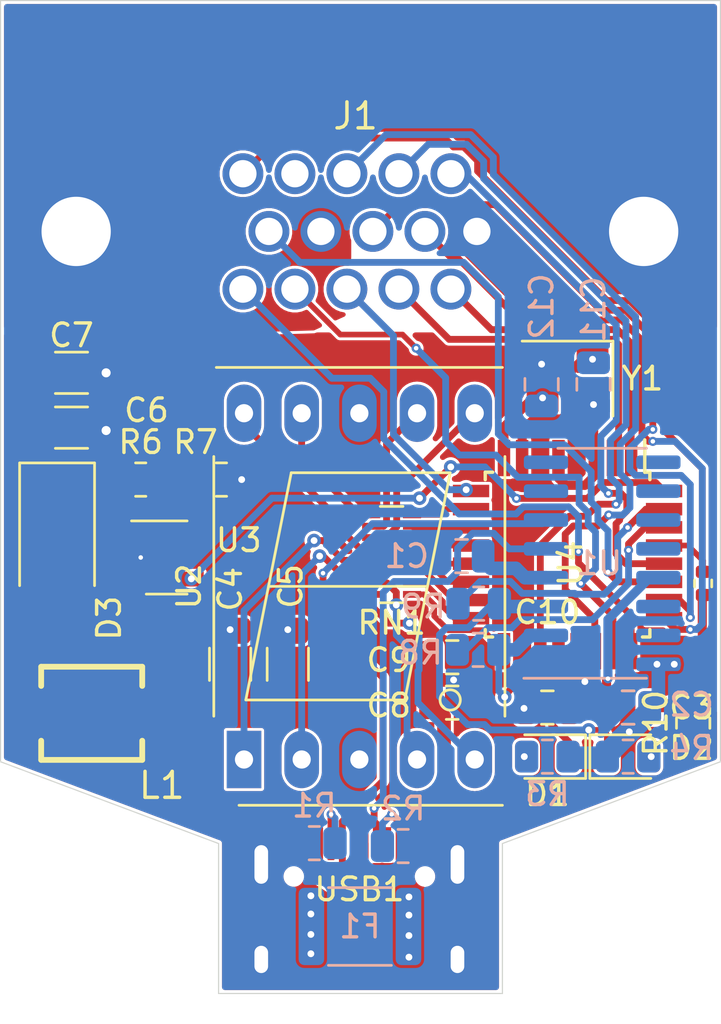
<source format=kicad_pcb>
(kicad_pcb (version 20171130) (host pcbnew "(5.1.9)-1")
  (layers (0 F.Cu signal) (31 B.Cu signal) (34 B.Paste user) (35 F.Paste user) (36 B.SilkS user) (37 F.SilkS user) (38 B.Mask user) (39 F.Mask user) (44 Edge.Cuts user))
  (net 0 "")
  (net 1 GNDA)
  (net 2 "Net-(C1-Pad1)")
  (net 3 "Net-(C3-Pad2)")
  (net 4 "Net-(C3-Pad1)")
  (net 5 +5V)
  (net 6 "Net-(C10-Pad2)")
  (net 7 "Net-(C11-Pad2)")
  (net 8 "Net-(C12-Pad2)")
  (net 9 "Net-(D1-Pad2)")
  (net 10 /RX)
  (net 11 "Net-(D2-Pad2)")
  (net 12 /TX)
  (net 13 +12V)
  (net 14 VBUS)
  (net 15 /Reset)
  (net 16 /A7)
  (net 17 /A6)
  (net 18 /A5)
  (net 19 /A4)
  (net 20 /A3)
  (net 21 /A2)
  (net 22 /A1)
  (net 23 /A0)
  (net 24 /D13)
  (net 25 /D12)
  (net 26 /D11)
  (net 27 /D10)
  (net 28 "Net-(R1-Pad1)")
  (net 29 "Net-(R2-Pad2)")
  (net 30 /D2)
  (net 31 /D3)
  (net 32 /D4)
  (net 33 /D5)
  (net 34 /D6)
  (net 35 /D7)
  (net 36 /D8)
  (net 37 /D9)
  (net 38 /D0)
  (net 39 /D1)
  (net 40 "Net-(U1-Pad15)")
  (net 41 "Net-(U1-Pad14)")
  (net 42 "Net-(U1-Pad12)")
  (net 43 "Net-(U1-Pad11)")
  (net 44 "Net-(U1-Pad10)")
  (net 45 "Net-(U1-Pad9)")
  (net 46 "Net-(U1-Pad8)")
  (net 47 "Net-(U1-Pad7)")
  (net 48 "Net-(U1-Pad6)")
  (net 49 "Net-(U1-Pad5)")
  (net 50 "Net-(U3-Pad6)")
  (net 51 "Net-(USB1-Pad3)")
  (net 52 "Net-(USB1-Pad9)")
  (net 53 "Net-(RN1-Pad11)")
  (net 54 "Net-(RN1-Pad10)")
  (net 55 "Net-(RN1-Pad12)")
  (net 56 "Net-(RN1-Pad13)")
  (net 57 "Net-(RN1-Pad9)")
  (net 58 "Net-(RN1-Pad14)")
  (net 59 "Net-(RN1-Pad15)")
  (net 60 "Net-(RN1-Pad16)")
  (net 61 "Net-(D3-Pad2)")
  (net 62 "Net-(R6-Pad2)")
  (net 63 "Net-(J1-Pad14)")
  (module Display_7Segment:7SegmentLED_LTS6760_LTS6780 (layer F.Cu) (at 72.62 84.201 90)
    (fp_text reference U2 (at 7.62 -2.42 90) (layer F.SilkS))
    (fp_text value SM420561N)
    (pad 1 thru_hole rect (at 0 0) (size 1.524 2.524) (drill 0.8) (layers *.Cu *.Mask) (net 56 "Net-(RN1-Pad13)"))
    (pad 2 thru_hole oval (at 0 2.54) (size 1.524 2.524) (drill 0.8) (layers *.Cu *.Mask) (net 58 "Net-(RN1-Pad14)"))
    (pad 3 thru_hole oval (at 0 5.08) (size 1.524 2.524) (drill 0.8) (layers *.Cu *.Mask) (net 5 +5V))
    (pad 4 thru_hole oval (at 0 7.62) (size 1.524 2.524) (drill 0.8) (layers *.Cu *.Mask) (net 59 "Net-(RN1-Pad15)"))
    (pad 5 thru_hole oval (at 0 10.16) (size 1.524 2.524) (drill 0.8) (layers *.Cu *.Mask) (net 60 "Net-(RN1-Pad16)"))
    (pad 6 thru_hole oval (at 15.24 10.16) (size 1.524 2.524) (drill 0.8) (layers *.Cu *.Mask) (net 53 "Net-(RN1-Pad11)"))
    (pad 7 thru_hole oval (at 15.24 7.62) (size 1.524 2.524) (drill 0.8) (layers *.Cu *.Mask) (net 54 "Net-(RN1-Pad10)"))
    (pad 8 thru_hole oval (at 15.24 5.08) (size 1.524 2.524) (drill 0.8) (layers *.Cu *.Mask) (net 5 +5V))
    (pad 9 thru_hole oval (at 15.24 2.54) (size 1.524 2.524) (drill 0.8) (layers *.Cu *.Mask) (net 57 "Net-(RN1-Pad9)"))
    (pad 10 thru_hole oval (at 15.24 0) (size 1.524 2.524) (drill 0.8) (layers *.Cu *.Mask) (net 55 "Net-(RN1-Pad12)"))
  )
  (module Resistor_SMD:R_0805_2012Metric (layer F.Cu) (at 92.4 82.6 90)
    (fp_text reference R10 (at 0 -1.65 90) (layer F.SilkS))
    (fp_text value 10K)
    (pad 2 smd roundrect (at 0.9125 0 90) (size 1.025 1.4) (layers F.Cu F.Paste F.Mask) (roundrect_rratio 0.243902) (net 4 "Net-(C3-Pad1)"))
    (pad 1 smd roundrect (at -0.9125 0 90) (size 1.025 1.4) (layers F.Cu F.Paste F.Mask) (roundrect_rratio 0.243902) (net 5 +5V))
  )
  (module Capacitor_SMD:C_0805_2012Metric (layer B.Cu) (at 82.2 75.25 180)
    (fp_text reference C1 (at 2.413 0) (layer B.SilkS) (effects (justify mirror)))
    (fp_text value 0.1u)
    (pad 2 smd roundrect (at 0.95 0 180) (size 1 1.45) (layers B.Cu B.Paste B.Mask) (net 1 GNDA))
    (pad 1 smd roundrect (at -0.95 0 180) (size 1 1.45) (layers B.Cu B.Paste B.Mask) (net 2 "Net-(C1-Pad1)"))
  )
  (module 1_resouce:CONN-TH_DS1038-15MBNSIA74-0CC (layer F.Cu) (at 77.724 60.96)
    (fp_text reference J1 (at -1.27 -5.08) (layer F.SilkS) (effects (font (size 1.143 1.143) (thickness 0.152)) (justify left)))
    (fp_text value DB15_Male_HighDensity_MountingHoles hide)
    (pad 0 thru_hole circle (at -12.495 0) (size 5 5) (drill 3.05) (layers *.Cu *.Paste *.Mask) (net 1 GNDA))
    (pad 0 thru_hole circle (at 12.495 0) (size 5 5) (drill 3.05) (layers *.Cu *.Paste *.Mask) (net 1 GNDA))
    (pad 1 thru_hole circle (at 4.007 2.54) (size 1.8 1.8) (drill 1.2) (layers *.Cu *.Paste *.Mask) (net 31 /D3))
    (pad 2 thru_hole circle (at 1.718 2.54) (size 1.8 1.8) (drill 1.2) (layers *.Cu *.Paste *.Mask) (net 32 /D4))
    (pad 3 thru_hole circle (at -0.572 2.54) (size 1.8 1.8) (drill 1.2) (layers *.Cu *.Paste *.Mask) (net 33 /D5))
    (pad 4 thru_hole circle (at -2.862 2.54) (size 1.8 1.8) (drill 1.2) (layers *.Cu *.Paste *.Mask) (net 23 /A0))
    (pad 5 thru_hole circle (at -5.152 2.54) (size 1.8 1.8) (drill 1.2) (layers *.Cu *.Paste *.Mask) (net 22 /A1))
    (pad 6 thru_hole circle (at 5.152 0) (size 1.8 1.8) (drill 1.2) (layers *.Cu *.Paste *.Mask) (net 1 GNDA))
    (pad 7 thru_hole circle (at 2.862 0) (size 1.8 1.8) (drill 1.2) (layers *.Cu *.Paste *.Mask) (net 21 /A2))
    (pad 8 thru_hole circle (at 0.572 0) (size 1.8 1.8) (drill 1.2) (layers *.Cu *.Paste *.Mask) (net 20 /A3))
    (pad 9 thru_hole circle (at -1.718 0) (size 1.8 1.8) (drill 1.2) (layers *.Cu *.Paste *.Mask) (net 13 +12V))
    (pad 10 thru_hole circle (at -4.007 0) (size 1.8 1.8) (drill 1.2) (layers *.Cu *.Paste *.Mask) (net 19 /A4))
    (pad 11 thru_hole circle (at 4.007 -2.54) (size 1.8 1.8) (drill 1.2) (layers *.Cu *.Paste *.Mask) (net 18 /A5))
    (pad 12 thru_hole circle (at 1.718 -2.54) (size 1.8 1.8) (drill 1.2) (layers *.Cu *.Paste *.Mask) (net 17 /A6))
    (pad 13 thru_hole circle (at -0.572 -2.54) (size 1.8 1.8) (drill 1.2) (layers *.Cu *.Paste *.Mask) (net 16 /A7))
    (pad 14 thru_hole circle (at -2.862 -2.54) (size 1.8 1.8) (drill 1.2) (layers *.Cu *.Paste *.Mask) (net 63 "Net-(J1-Pad14)"))
    (pad 15 thru_hole circle (at -5.152 -2.54) (size 1.8 1.8) (drill 1.2) (layers *.Cu *.Paste *.Mask) (net 15 /Reset))
  )
  (module Capacitor_SMD:C_1206_3216Metric (layer F.Cu) (at 65.024 67.183 180)
    (fp_text reference C7 (at 0 1.651) (layer F.SilkS))
    (fp_text value 10u)
    (pad 2 smd roundrect (at 1.475 0 180) (size 1.15 1.8) (layers F.Cu F.Paste F.Mask) (roundrect_rratio 0.217391) (net 13 +12V))
    (pad 1 smd roundrect (at -1.475 0 180) (size 1.15 1.8) (layers F.Cu F.Paste F.Mask) (roundrect_rratio 0.217391) (net 1 GNDA))
  )
  (module Capacitor_SMD:C_1206_3216Metric (layer F.Cu) (at 65.024 69.596 180)
    (fp_text reference C6 (at -3.302 0.762) (layer F.SilkS))
    (fp_text value 10u)
    (pad 2 smd roundrect (at 1.475 0 180) (size 1.15 1.8) (layers F.Cu F.Paste F.Mask) (roundrect_rratio 0.217391) (net 13 +12V))
    (pad 1 smd roundrect (at -1.475 0 180) (size 1.15 1.8) (layers F.Cu F.Paste F.Mask) (roundrect_rratio 0.217391) (net 1 GNDA))
  )
  (module Capacitor_SMD:C_1206_3216Metric (layer F.Cu) (at 74.549 80.01 270)
    (fp_text reference C5 (at -3.429 -0.127 90) (layer F.SilkS))
    (fp_text value 10u)
    (pad 1 smd roundrect (at -1.475 0 270) (size 1.15 1.8) (layers F.Cu F.Paste F.Mask) (roundrect_rratio 0.217391) (net 1 GNDA))
    (pad 2 smd roundrect (at 1.475 0 270) (size 1.15 1.8) (layers F.Cu F.Paste F.Mask) (roundrect_rratio 0.217391) (net 5 +5V))
  )
  (module Capacitor_SMD:C_1206_3216Metric (layer F.Cu) (at 72.009 80.01 270)
    (fp_text reference C4 (at -3.302 0 90) (layer F.SilkS))
    (fp_text value 10u)
    (pad 1 smd roundrect (at -1.475 0 270) (size 1.15 1.8) (layers F.Cu F.Paste F.Mask) (roundrect_rratio 0.217391) (net 1 GNDA))
    (pad 2 smd roundrect (at 1.475 0 270) (size 1.15 1.8) (layers F.Cu F.Paste F.Mask) (roundrect_rratio 0.217391) (net 5 +5V))
  )
  (module Resistor_SMD:R_0402_1005Metric (layer F.Cu) (at 92.837 76.452 270)
    (fp_text reference R5 hide)
    (fp_text value 0)
    (pad 2 smd roundrect (at 0.51 0 270) (size 0.54 0.64) (layers F.Cu F.Paste F.Mask) (net 4 "Net-(C3-Pad1)"))
    (pad 1 smd roundrect (at -0.51 0 270) (size 0.54 0.64) (layers F.Cu F.Paste F.Mask) (net 15 /Reset))
  )
  (module Resistor_SMD:R_Array_Convex_8x0602 (layer F.Cu) (at 79.121 75.184 180)
    (fp_text reference RN1 (at 0 -3) (layer F.SilkS))
    (fp_text value R_Pack08_Split)
    (pad 10 smd rect (at 0.9 1.25 180) (size 0.8 0.3) (layers F.Cu F.Paste F.Mask) (net 54 "Net-(RN1-Pad10)"))
    (pad 12 smd rect (at 0.9 0.25 180) (size 0.8 0.3) (layers F.Cu F.Paste F.Mask) (net 55 "Net-(RN1-Pad12)"))
    (pad 11 smd rect (at 0.9 0.75 180) (size 0.8 0.3) (layers F.Cu F.Paste F.Mask) (net 53 "Net-(RN1-Pad11)"))
    (pad 13 smd rect (at 0.9 -0.25 180) (size 0.8 0.3) (layers F.Cu F.Paste F.Mask) (net 56 "Net-(RN1-Pad13)"))
    (pad 14 smd rect (at 0.9 -0.75 180) (size 0.8 0.3) (layers F.Cu F.Paste F.Mask) (net 58 "Net-(RN1-Pad14)"))
    (pad 15 smd rect (at 0.9 -1.25 180) (size 0.8 0.3) (layers F.Cu F.Paste F.Mask) (net 59 "Net-(RN1-Pad15)"))
    (pad 7 smd rect (at -0.9 1.25 180) (size 0.8 0.3) (layers F.Cu F.Paste F.Mask) (net 35 /D7))
    (pad 6 smd rect (at -0.9 0.75 180) (size 0.8 0.3) (layers F.Cu F.Paste F.Mask) (net 36 /D8))
    (pad 5 smd rect (at -0.9 0.25 180) (size 0.8 0.3) (layers F.Cu F.Paste F.Mask) (net 37 /D9))
    (pad 4 smd rect (at -0.9 -0.25 180) (size 0.8 0.3) (layers F.Cu F.Paste F.Mask) (net 27 /D10))
    (pad 3 smd rect (at -0.9 -0.75 180) (size 0.8 0.3) (layers F.Cu F.Paste F.Mask) (net 26 /D11))
    (pad 2 smd rect (at -0.9 -1.25 180) (size 0.8 0.3) (layers F.Cu F.Paste F.Mask) (net 25 /D12))
    (pad 9 smd rect (at 0.9 1.75 180) (size 0.8 0.3) (layers F.Cu F.Paste F.Mask) (net 57 "Net-(RN1-Pad9)"))
    (pad 8 smd rect (at -0.9 1.75 180) (size 0.8 0.3) (layers F.Cu F.Paste F.Mask) (net 34 /D6))
    (pad 16 smd rect (at 0.9 -1.75 180) (size 0.8 0.3) (layers F.Cu F.Paste F.Mask) (net 60 "Net-(RN1-Pad16)"))
    (pad 1 smd rect (at -0.9 -1.75 180) (size 0.8 0.3) (layers F.Cu F.Paste F.Mask) (net 24 /D13))
  )
  (module Crystal:Crystal_SMD_3225-4Pin_3.2x2.5mm (layer F.Cu) (at 86.868 67.437 180)
    (fp_text reference Y1 (at -3.302 0) (layer F.SilkS))
    (fp_text value Crystal_GND24)
    (pad 4 smd rect (at -1.1 -0.85 180) (size 1.4 1.2) (layers F.Cu F.Paste F.Mask) (net 1 GNDA))
    (pad 3 smd rect (at 1.1 -0.85 180) (size 1.4 1.2) (layers F.Cu F.Paste F.Mask) (net 8 "Net-(C12-Pad2)"))
    (pad 2 smd rect (at 1.1 0.85 180) (size 1.4 1.2) (layers F.Cu F.Paste F.Mask) (net 1 GNDA))
    (pad 1 smd rect (at -1.1 0.85 180) (size 1.4 1.2) (layers F.Cu F.Paste F.Mask) (net 7 "Net-(C11-Pad2)"))
  )
  (module Type-C:HRO-TYPE-C-31-M-12 (layer F.Cu) (at 77.7 95.6)
    (fp_text reference USB1 (at 0 -5.684) (layer F.SilkS))
    (fp_text value HRO-TYPE-C-31-M-12)
    (pad 13 thru_hole oval (at 4.32 -2.6) (size 1 1.6) (drill oval 0.6 1.2) (layers *.Cu B.Mask) (net 1 GNDA))
    (pad 13 thru_hole oval (at -4.32 -2.6) (size 1 1.6) (drill oval 0.6 1.2) (layers *.Cu B.Mask) (net 1 GNDA))
    (pad 13 thru_hole oval (at 4.32 -6.78) (size 1 2.1) (drill oval 0.6 1.7) (layers *.Cu B.Mask) (net 1 GNDA))
    (pad 13 thru_hole oval (at -4.32 -6.78) (size 1 2.1) (drill oval 0.6 1.7) (layers *.Cu B.Mask) (net 1 GNDA))
    (pad "" np_thru_hole circle (at -2.89 -6.25) (size 0.65 0.65) (drill 0.65) (layers *.Cu *.Mask))
    (pad "" np_thru_hole circle (at 2.89 -6.25) (size 0.65 0.65) (drill 0.65) (layers *.Cu *.Mask))
    (pad 6 smd rect (at -0.25 -7.695) (size 0.3 1.45) (layers F.Cu F.Paste F.Mask) (net 49 "Net-(U1-Pad5)"))
    (pad 7 smd rect (at 0.25 -7.695) (size 0.3 1.45) (layers F.Cu F.Paste F.Mask) (net 48 "Net-(U1-Pad6)"))
    (pad 8 smd rect (at 0.75 -7.695) (size 0.3 1.45) (layers F.Cu F.Paste F.Mask) (net 49 "Net-(U1-Pad5)"))
    (pad 5 smd rect (at -0.75 -7.695) (size 0.3 1.45) (layers F.Cu F.Paste F.Mask) (net 48 "Net-(U1-Pad6)"))
    (pad 9 smd rect (at 1.25 -7.695) (size 0.3 1.45) (layers F.Cu F.Paste F.Mask) (net 52 "Net-(USB1-Pad9)"))
    (pad 4 smd rect (at -1.25 -7.695) (size 0.3 1.45) (layers F.Cu F.Paste F.Mask) (net 28 "Net-(R1-Pad1)"))
    (pad 10 smd rect (at 1.75 -7.695) (size 0.3 1.45) (layers F.Cu F.Paste F.Mask) (net 29 "Net-(R2-Pad2)"))
    (pad 3 smd rect (at -1.75 -7.695) (size 0.3 1.45) (layers F.Cu F.Paste F.Mask) (net 51 "Net-(USB1-Pad3)"))
    (pad 2 smd rect (at -2.45 -7.695) (size 0.6 1.45) (layers F.Cu F.Paste F.Mask) (net 14 VBUS))
    (pad 11 smd rect (at 2.45 -7.695) (size 0.6 1.45) (layers F.Cu F.Paste F.Mask) (net 14 VBUS))
    (pad 1 smd rect (at -3.225 -7.695) (size 0.6 1.45) (layers F.Cu F.Paste F.Mask) (net 1 GNDA))
    (pad 12 smd rect (at 3.225 -7.695) (size 0.6 1.45) (layers F.Cu F.Paste F.Mask) (net 1 GNDA))
  )
  (module Package_QFP:TQFP-32_7x7mm_P0.8mm (layer F.Cu) (at 86.868 75.184 270)
    (fp_text reference U4 (at 0.381 -0.127 90) (layer F.SilkS))
    (fp_text value ATmega328P-A)
    (pad 32 smd rect (at -2.8 -4.25) (size 1.6 0.55) (layers F.Cu F.Paste F.Mask) (net 30 /D2))
    (pad 31 smd rect (at -2 -4.25) (size 1.6 0.55) (layers F.Cu F.Paste F.Mask) (net 39 /D1))
    (pad 30 smd rect (at -1.2 -4.25) (size 1.6 0.55) (layers F.Cu F.Paste F.Mask) (net 38 /D0))
    (pad 29 smd rect (at -0.4 -4.25) (size 1.6 0.55) (layers F.Cu F.Paste F.Mask) (net 15 /Reset))
    (pad 28 smd rect (at 0.4 -4.25) (size 1.6 0.55) (layers F.Cu F.Paste F.Mask) (net 18 /A5))
    (pad 27 smd rect (at 1.2 -4.25) (size 1.6 0.55) (layers F.Cu F.Paste F.Mask) (net 19 /A4))
    (pad 26 smd rect (at 2 -4.25) (size 1.6 0.55) (layers F.Cu F.Paste F.Mask) (net 20 /A3))
    (pad 25 smd rect (at 2.8 -4.25) (size 1.6 0.55) (layers F.Cu F.Paste F.Mask) (net 21 /A2))
    (pad 24 smd rect (at 4.25 -2.8 270) (size 1.6 0.55) (layers F.Cu F.Paste F.Mask) (net 22 /A1))
    (pad 23 smd rect (at 4.25 -2 270) (size 1.6 0.55) (layers F.Cu F.Paste F.Mask) (net 23 /A0))
    (pad 22 smd rect (at 4.25 -1.2 270) (size 1.6 0.55) (layers F.Cu F.Paste F.Mask) (net 16 /A7))
    (pad 21 smd rect (at 4.25 -0.4 270) (size 1.6 0.55) (layers F.Cu F.Paste F.Mask) (net 1 GNDA))
    (pad 20 smd rect (at 4.25 0.4 270) (size 1.6 0.55) (layers F.Cu F.Paste F.Mask) (net 6 "Net-(C10-Pad2)"))
    (pad 19 smd rect (at 4.25 1.2 270) (size 1.6 0.55) (layers F.Cu F.Paste F.Mask) (net 17 /A6))
    (pad 18 smd rect (at 4.25 2 270) (size 1.6 0.55) (layers F.Cu F.Paste F.Mask) (net 5 +5V))
    (pad 17 smd rect (at 4.25 2.8 270) (size 1.6 0.55) (layers F.Cu F.Paste F.Mask) (net 24 /D13))
    (pad 16 smd rect (at 2.8 4.25) (size 1.6 0.55) (layers F.Cu F.Paste F.Mask) (net 25 /D12))
    (pad 15 smd rect (at 2 4.25) (size 1.6 0.55) (layers F.Cu F.Paste F.Mask) (net 26 /D11))
    (pad 14 smd rect (at 1.2 4.25) (size 1.6 0.55) (layers F.Cu F.Paste F.Mask) (net 27 /D10))
    (pad 13 smd rect (at 0.4 4.25) (size 1.6 0.55) (layers F.Cu F.Paste F.Mask) (net 37 /D9))
    (pad 12 smd rect (at -0.4 4.25) (size 1.6 0.55) (layers F.Cu F.Paste F.Mask) (net 36 /D8))
    (pad 11 smd rect (at -1.2 4.25) (size 1.6 0.55) (layers F.Cu F.Paste F.Mask) (net 35 /D7))
    (pad 10 smd rect (at -2 4.25) (size 1.6 0.55) (layers F.Cu F.Paste F.Mask) (net 34 /D6))
    (pad 9 smd rect (at -2.8 4.25) (size 1.6 0.55) (layers F.Cu F.Paste F.Mask) (net 33 /D5))
    (pad 8 smd rect (at -4.25 2.8 270) (size 1.6 0.55) (layers F.Cu F.Paste F.Mask) (net 8 "Net-(C12-Pad2)"))
    (pad 7 smd rect (at -4.25 2 270) (size 1.6 0.55) (layers F.Cu F.Paste F.Mask) (net 7 "Net-(C11-Pad2)"))
    (pad 6 smd rect (at -4.25 1.2 270) (size 1.6 0.55) (layers F.Cu F.Paste F.Mask) (net 5 +5V))
    (pad 5 smd rect (at -4.25 0.4 270) (size 1.6 0.55) (layers F.Cu F.Paste F.Mask) (net 1 GNDA))
    (pad 4 smd rect (at -4.25 -0.4 270) (size 1.6 0.55) (layers F.Cu F.Paste F.Mask) (net 5 +5V))
    (pad 3 smd rect (at -4.25 -1.2 270) (size 1.6 0.55) (layers F.Cu F.Paste F.Mask) (net 1 GNDA))
    (pad 2 smd rect (at -4.25 -2 270) (size 1.6 0.55) (layers F.Cu F.Paste F.Mask) (net 32 /D4))
    (pad 1 smd rect (at -4.25 -2.8 270) (size 1.6 0.55) (layers F.Cu F.Paste F.Mask) (net 31 /D3))
  )
  (module Package_TO_SOT_SMD:SOT-23-6 (layer F.Cu) (at 69.215 75.311)
    (fp_text reference U3 (at 3.175 -0.762) (layer F.SilkS))
    (fp_text value STI3508)
    (pad 1 smd rect (at -1.1 -0.95) (size 1.06 0.65) (layers F.Cu F.Paste F.Mask) (net 61 "Net-(D3-Pad2)"))
    (pad 2 smd rect (at -1.1 0) (size 1.06 0.65) (layers F.Cu F.Paste F.Mask) (net 1 GNDA))
    (pad 3 smd rect (at -1.1 0.95) (size 1.06 0.65) (layers F.Cu F.Paste F.Mask) (net 62 "Net-(R6-Pad2)"))
    (pad 4 smd rect (at 1.1 0.95) (size 1.06 0.65) (layers F.Cu F.Paste F.Mask) (net 30 /D2))
    (pad 6 smd rect (at 1.1 -0.95) (size 1.06 0.65) (layers F.Cu F.Paste F.Mask) (net 50 "Net-(U3-Pad6)"))
    (pad 5 smd rect (at 1.1 0) (size 1.06 0.65) (layers F.Cu F.Paste F.Mask) (net 5 +5V))
  )
  (module Package_SO:SOIC-16_3.9x9.9mm_P1.27mm (layer B.Cu) (at 88.392 75.565)
    (fp_text reference U1 (at -0.127 0) (layer B.SilkS) (effects (justify mirror)))
    (fp_text value CH340C)
    (pad 1 smd roundrect (at -2.475 4.445) (size 1.95 0.6) (layers B.Cu B.Paste B.Mask) (net 1 GNDA))
    (pad 2 smd roundrect (at -2.475 3.175) (size 1.95 0.6) (layers B.Cu B.Paste B.Mask) (net 10 /RX))
    (pad 3 smd roundrect (at -2.475 1.905) (size 1.95 0.6) (layers B.Cu B.Paste B.Mask) (net 12 /TX))
    (pad 4 smd roundrect (at -2.475 0.635) (size 1.95 0.6) (layers B.Cu B.Paste B.Mask) (net 2 "Net-(C1-Pad1)"))
    (pad 5 smd roundrect (at -2.475 -0.635) (size 1.95 0.6) (layers B.Cu B.Paste B.Mask) (net 49 "Net-(U1-Pad5)"))
    (pad 6 smd roundrect (at -2.475 -1.905) (size 1.95 0.6) (layers B.Cu B.Paste B.Mask) (net 48 "Net-(U1-Pad6)"))
    (pad 7 smd roundrect (at -2.475 -3.175) (size 1.95 0.6) (layers B.Cu B.Paste B.Mask) (net 47 "Net-(U1-Pad7)"))
    (pad 8 smd roundrect (at -2.475 -4.445) (size 1.95 0.6) (layers B.Cu B.Paste B.Mask) (net 46 "Net-(U1-Pad8)"))
    (pad 9 smd roundrect (at 2.475 -4.445) (size 1.95 0.6) (layers B.Cu B.Paste B.Mask) (net 45 "Net-(U1-Pad9)"))
    (pad 10 smd roundrect (at 2.475 -3.175) (size 1.95 0.6) (layers B.Cu B.Paste B.Mask) (net 44 "Net-(U1-Pad10)"))
    (pad 11 smd roundrect (at 2.475 -1.905) (size 1.95 0.6) (layers B.Cu B.Paste B.Mask) (net 43 "Net-(U1-Pad11)"))
    (pad 12 smd roundrect (at 2.475 -0.635) (size 1.95 0.6) (layers B.Cu B.Paste B.Mask) (net 42 "Net-(U1-Pad12)"))
    (pad 13 smd roundrect (at 2.475 0.635) (size 1.95 0.6) (layers B.Cu B.Paste B.Mask) (net 3 "Net-(C3-Pad2)"))
    (pad 14 smd roundrect (at 2.475 1.905) (size 1.95 0.6) (layers B.Cu B.Paste B.Mask) (net 41 "Net-(U1-Pad14)"))
    (pad 15 smd roundrect (at 2.475 3.175) (size 1.95 0.6) (layers B.Cu B.Paste B.Mask) (net 40 "Net-(U1-Pad15)"))
    (pad 16 smd roundrect (at 2.475 4.445) (size 1.95 0.6) (layers B.Cu B.Paste B.Mask) (net 5 +5V))
  )
  (module Resistor_SMD:R_0805_2012Metric (layer B.Cu) (at 82.9545 77.343 180)
    (fp_text reference R9 (at 2.4365 -0.127) (layer B.SilkS) (effects (justify mirror)))
    (fp_text value 1k)
    (pad 2 smd roundrect (at 0.9125 0 180) (size 1.025 1.4) (layers B.Cu B.Paste B.Mask) (roundrect_rratio 0.243902) (net 39 /D1))
    (pad 1 smd roundrect (at -0.9125 0 180) (size 1.025 1.4) (layers B.Cu B.Paste B.Mask) (roundrect_rratio 0.243902) (net 12 /TX))
  )
  (module Resistor_SMD:R_0805_2012Metric (layer B.Cu) (at 82.931 79.375 180)
    (fp_text reference R8 (at 2.54 -0.127) (layer B.SilkS) (effects (justify mirror)))
    (fp_text value 1k)
    (pad 2 smd roundrect (at 0.9125 0 180) (size 1.025 1.4) (layers B.Cu B.Paste B.Mask) (roundrect_rratio 0.243902) (net 38 /D0))
    (pad 1 smd roundrect (at -0.9125 0 180) (size 1.025 1.4) (layers B.Cu B.Paste B.Mask) (roundrect_rratio 0.243902) (net 10 /RX))
  )
  (module Resistor_SMD:R_0805_2012Metric (layer F.Cu) (at 71.628 71.882)
    (fp_text reference R7 (at -1.143 -1.65) (layer F.SilkS))
    (fp_text value 2k)
    (pad 2 smd roundrect (at 0.9125 0) (size 1.025 1.4) (layers F.Cu F.Paste F.Mask) (roundrect_rratio 0.243902) (net 1 GNDA))
    (pad 1 smd roundrect (at -0.9125 0) (size 1.025 1.4) (layers F.Cu F.Paste F.Mask) (roundrect_rratio 0.243902) (net 62 "Net-(R6-Pad2)"))
  )
  (module Resistor_SMD:R_0805_2012Metric (layer F.Cu) (at 68.072 71.882)
    (fp_text reference R6 (at 0 -1.65) (layer F.SilkS))
    (fp_text value 24k)
    (pad 2 smd roundrect (at 0.9125 0) (size 1.025 1.4) (layers F.Cu F.Paste F.Mask) (roundrect_rratio 0.243902) (net 62 "Net-(R6-Pad2)"))
    (pad 1 smd roundrect (at -0.9125 0) (size 1.025 1.4) (layers F.Cu F.Paste F.Mask) (roundrect_rratio 0.243902) (net 13 +12V))
  )
  (module Resistor_SMD:R_0805_2012Metric (layer B.Cu) (at 89.535 84.074 180)
    (fp_text reference R4 (at -2.794 0.381) (layer B.SilkS) (effects (justify mirror)))
    (fp_text value 1k)
    (pad 2 smd roundrect (at 0.9125 0 180) (size 1.025 1.4) (layers B.Cu B.Paste B.Mask) (roundrect_rratio 0.243902) (net 5 +5V))
    (pad 1 smd roundrect (at -0.9125 0 180) (size 1.025 1.4) (layers B.Cu B.Paste B.Mask) (roundrect_rratio 0.243902) (net 11 "Net-(D2-Pad2)"))
  )
  (module Resistor_SMD:R_0805_2012Metric (layer B.Cu) (at 85.979 84.074)
    (fp_text reference R3 (at 0 1.65) (layer B.SilkS) (effects (justify mirror)))
    (fp_text value 1k)
    (pad 2 smd roundrect (at 0.9125 0) (size 1.025 1.4) (layers B.Cu B.Paste B.Mask) (roundrect_rratio 0.243902) (net 5 +5V))
    (pad 1 smd roundrect (at -0.9125 0) (size 1.025 1.4) (layers B.Cu B.Paste B.Mask) (roundrect_rratio 0.243902) (net 9 "Net-(D1-Pad2)"))
  )
  (module Resistor_SMD:R_0805_2012Metric (layer B.Cu) (at 79.629 88.011 180)
    (fp_text reference R2 (at 0 1.65) (layer B.SilkS) (effects (justify mirror)))
    (fp_text value 5.1k)
    (pad 2 smd roundrect (at 0.9125 0 180) (size 1.025 1.4) (layers B.Cu B.Paste B.Mask) (roundrect_rratio 0.243902) (net 29 "Net-(R2-Pad2)"))
    (pad 1 smd roundrect (at -0.9125 0 180) (size 1.025 1.4) (layers B.Cu B.Paste B.Mask) (roundrect_rratio 0.243902) (net 1 GNDA))
  )
  (module Resistor_SMD:R_0805_2012Metric (layer B.Cu) (at 75.7155 87.884 180)
    (fp_text reference R1 (at 0 1.65) (layer B.SilkS) (effects (justify mirror)))
    (fp_text value 5.1k)
    (pad 2 smd roundrect (at 0.9125 0 180) (size 1.025 1.4) (layers B.Cu B.Paste B.Mask) (roundrect_rratio 0.243902) (net 1 GNDA))
    (pad 1 smd roundrect (at -0.9125 0 180) (size 1.025 1.4) (layers B.Cu B.Paste B.Mask) (roundrect_rratio 0.243902) (net 28 "Net-(R1-Pad1)"))
  )
  (module 1_resouce:IND-SMD_L4.5-W4.2 (layer F.Cu) (at 65.913 82.169 180)
    (fp_text reference L1 (at -4.191 -3.175) (layer F.SilkS) (effects (font (size 1.143 1.143) (thickness 0.152)) (justify right)))
    (fp_text value INDUCTOR hide)
    (pad 1 smd rect (at -1.8 0 180) (size 1.675 1.95) (layers F.Cu F.Paste F.Mask) (net 5 +5V))
    (pad 2 smd rect (at 1.8 0 180) (size 1.675 1.95) (layers F.Cu F.Paste F.Mask) (net 61 "Net-(D3-Pad2)"))
  )
  (module Fuse:Fuse_1812_4532Metric (layer B.Cu) (at 77.724 91.55)
    (fp_text reference F1 (at 0 0) (layer B.SilkS) (effects (justify mirror)))
    (fp_text value Fuse)
    (pad 1 smd roundrect (at -2.1375 0) (size 1.125 3.4) (layers B.Cu B.Paste B.Mask) (roundrect_rratio 0.222222) (net 5 +5V))
    (pad 2 smd roundrect (at 2.1375 0) (size 1.125 3.4) (layers B.Cu B.Paste B.Mask) (roundrect_rratio 0.222222) (net 14 VBUS))
  )
  (module Diode_SMD:D_SMA (layer F.Cu) (at 64.389 74.549 270)
    (fp_text reference D3 (at 3.429 -2.286 90) (layer F.SilkS))
    (fp_text value D_Schottky)
    (pad 2 smd rect (at 2 0 270) (size 2.5 1.8) (layers F.Cu F.Paste F.Mask) (net 61 "Net-(D3-Pad2)"))
    (pad 1 smd rect (at -2 0 270) (size 2.5 1.8) (layers F.Cu F.Paste F.Mask) (net 13 +12V))
  )
  (module LED_SMD:LED_0805_2012Metric (layer F.Cu) (at 89.535 84.074)
    (fp_text reference D2 (at 2.794 -0.381) (layer F.SilkS))
    (fp_text value LED)
    (pad 2 smd roundrect (at 0.9375 0) (size 0.975 1.4) (layers F.Cu F.Paste F.Mask) (net 11 "Net-(D2-Pad2)"))
    (pad 1 smd roundrect (at -0.9375 0) (size 0.975 1.4) (layers F.Cu F.Paste F.Mask) (net 12 /TX))
  )
  (module LED_SMD:LED_0805_2012Metric (layer F.Cu) (at 85.979 84.074 180)
    (fp_text reference D1 (at 0 -1.65) (layer F.SilkS))
    (fp_text value LED)
    (pad 2 smd roundrect (at 0.9375 0 180) (size 0.975 1.4) (layers F.Cu F.Paste F.Mask) (net 9 "Net-(D1-Pad2)"))
    (pad 1 smd roundrect (at -0.9375 0 180) (size 0.975 1.4) (layers F.Cu F.Paste F.Mask) (net 10 /RX))
  )
  (module Capacitor_SMD:C_0805_2012Metric (layer B.Cu) (at 85.725 67.691 270)
    (fp_text reference C12 (at -3.429 0 90) (layer B.SilkS) (effects (justify mirror)))
    (fp_text value 22p)
    (pad 2 smd roundrect (at 0.95 0 270) (size 1 1.45) (layers B.Cu B.Paste B.Mask) (net 8 "Net-(C12-Pad2)"))
    (pad 1 smd roundrect (at -0.95 0 270) (size 1 1.45) (layers B.Cu B.Paste B.Mask) (net 1 GNDA))
  )
  (module Capacitor_SMD:C_0805_2012Metric (layer B.Cu) (at 88.011 67.691 90)
    (fp_text reference C11 (at 3.302 0 270) (layer B.SilkS) (effects (justify mirror)))
    (fp_text value 22p)
    (pad 2 smd roundrect (at 0.95 0 90) (size 1 1.45) (layers B.Cu B.Paste B.Mask) (net 7 "Net-(C11-Pad2)"))
    (pad 1 smd roundrect (at -0.95 0 90) (size 1 1.45) (layers B.Cu B.Paste B.Mask) (net 1 GNDA))
  )
  (module Capacitor_SMD:C_0805_2012Metric (layer F.Cu) (at 85.979 81.915)
    (fp_text reference C10 (at 0 -4.191) (layer F.SilkS))
    (fp_text value 0.1u)
    (pad 2 smd roundrect (at 0.95 0) (size 1 1.45) (layers F.Cu F.Paste F.Mask) (net 6 "Net-(C10-Pad2)"))
    (pad 1 smd roundrect (at -0.95 0) (size 1 1.45) (layers F.Cu F.Paste F.Mask) (net 1 GNDA))
  )
  (module Capacitor_SMD:C_0805_2012Metric (layer F.Cu) (at 81.788 79.7)
    (fp_text reference C9 (at -2.794 0.127) (layer F.SilkS))
    (fp_text value 0.1u)
    (pad 2 smd roundrect (at 0.95 0) (size 1 1.45) (layers F.Cu F.Paste F.Mask) (net 5 +5V))
    (pad 1 smd roundrect (at -0.95 0) (size 1 1.45) (layers F.Cu F.Paste F.Mask) (net 1 GNDA))
  )
  (module Capacitor_SMD:C_0805_2012Metric (layer F.Cu) (at 81.788 81.7)
    (fp_text reference C8 (at -2.794 0.127) (layer F.SilkS))
    (fp_text value 4.7u)
    (pad 2 smd roundrect (at 0.95 0) (size 1 1.45) (layers F.Cu F.Paste F.Mask) (net 5 +5V))
    (pad 1 smd roundrect (at -0.95 0) (size 1 1.45) (layers F.Cu F.Paste F.Mask) (net 1 GNDA))
  )
  (module Capacitor_SMD:C_0805_2012Metric (layer F.Cu) (at 89.535 81.915 180)
    (fp_text reference C3 (at -2.794 0) (layer F.SilkS))
    (fp_text value 0.1u)
    (pad 2 smd roundrect (at 0.95 0 180) (size 1 1.45) (layers F.Cu F.Paste F.Mask) (net 3 "Net-(C3-Pad2)"))
    (pad 1 smd roundrect (at -0.95 0 180) (size 1 1.45) (layers F.Cu F.Paste F.Mask) (net 4 "Net-(C3-Pad1)"))
  )
  (module Capacitor_SMD:C_0805_2012Metric (layer B.Cu) (at 89.535 81.915)
    (fp_text reference C2 (at 2.794 -0.127) (layer B.SilkS) (effects (justify mirror)))
    (fp_text value 1u)
    (pad 1 smd roundrect (at -0.95 0) (size 1 1.45) (layers B.Cu B.Paste B.Mask) (net 1 GNDA))
    (pad 2 smd roundrect (at 0.95 0) (size 1 1.45) (layers B.Cu B.Paste B.Mask) (net 5 +5V))
  )
  (gr_line (start 93.6 50.8) (end 61.9 50.8) (layer Edge.Cuts) (width 0.05))
  (gr_line (start 93.6 84.3) (end 93.6 50.8) (layer Edge.Cuts) (width 0.05))
  (gr_line (start 84 87.9) (end 93.6 84.3) (layer Edge.Cuts) (width 0.05))
  (gr_line (start 84 94.5) (end 84 87.9) (layer Edge.Cuts) (width 0.05))
  (gr_line (start 71.5 94.5) (end 84 94.5) (layer Edge.Cuts) (width 0.05))
  (gr_line (start 71.5 87.9) (end 71.5 94.5) (layer Edge.Cuts) (width 0.05))
  (gr_line (start 61.9 84.3) (end 71.5 87.9) (layer Edge.Cuts) (width 0.05))
  (gr_line (start 61.9 50.8) (end 61.9 84.3) (layer Edge.Cuts) (width 0.05))
  (via (at 84.95 81.95) (size 0.6) (drill 0.3) (layers F.Cu B.Cu) (net 1))
  (via (at 74.549 78.486) (size 0.6) (drill 0.3) (layers F.Cu B.Cu) (net 1))
  (via (at 72.009 78.486) (size 0.6) (drill 0.3) (layers F.Cu B.Cu) (net 1))
  (via (at 72.517 71.882) (size 0.6) (drill 0.3) (layers F.Cu B.Cu) (net 1))
  (via (at 68.072 75.311) (size 0.4) (drill 0.2) (layers F.Cu B.Cu) (net 1))
  (via (at 66.548 69.723) (size 0.8) (drill 0.4) (layers F.Cu B.Cu) (net 1))
  (via (at 66.548 67.183) (size 0.8) (drill 0.4) (layers F.Cu B.Cu) (net 1))
  (via (at 85.725 66.802) (size 0.6) (drill 0.3) (layers F.Cu B.Cu) (net 1))
  (segment (start 87.268 79.434) (end 87.268 79.267) (width 0.4) (layer F.Cu) (net 1))
  (segment (start 81.105 87.905) (end 82.02 88.82) (width 0.6) (layer F.Cu) (net 1))
  (segment (start 80.925 87.905) (end 81.105 87.905) (width 0.6) (layer F.Cu) (net 1))
  (segment (start 74.295 87.905) (end 73.38 88.82) (width 0.6) (layer F.Cu) (net 1))
  (segment (start 74.475 87.905) (end 74.295 87.905) (width 0.6) (layer F.Cu) (net 1))
  (via (at 87.63 80.772) (size 0.6) (drill 0.3) (layers F.Cu B.Cu) (net 1))
  (segment (start 87.268 80.41) (end 87.63 80.772) (width 0.6) (layer F.Cu) (net 1))
  (segment (start 87.268 79.434) (end 87.268 80.41) (width 0.6) (layer F.Cu) (net 1))
  (segment (start 88.068 68.641) (end 87.968 68.541) (width 0.3) (layer F.Cu) (net 1))
  (segment (start 88.068 70.934) (end 88.068 68.641) (width 0.3) (layer F.Cu) (net 1))
  (via (at 88.011 68.58) (size 0.6) (drill 0.3) (layers F.Cu B.Cu) (net 1))
  (segment (start 86.468 71.818) (end 86.468 70.934) (width 0.4) (layer F.Cu) (net 1))
  (segment (start 88.068 70.934) (end 88.068 71.701441) (width 0.4) (layer F.Cu) (net 1))
  (segment (start 86.784 72.134) (end 86.468 71.818) (width 0.4) (layer F.Cu) (net 1))
  (segment (start 88.068 71.701441) (end 87.635441 72.134) (width 0.4) (layer F.Cu) (net 1))
  (segment (start 87.635441 72.134) (end 86.784 72.134) (width 0.4) (layer F.Cu) (net 1))
  (segment (start 81.42901 88.22901) (end 82.02 88.82) (width 0.6) (layer F.Cu) (net 1))
  (segment (start 81.42901 82.29101) (end 81.42901 88.22901) (width 0.6) (layer F.Cu) (net 1))
  (segment (start 80.838 81.7) (end 81.42901 82.29101) (width 0.6) (layer F.Cu) (net 1))
  (via (at 81.85 80.7) (size 0.6) (drill 0.3) (layers F.Cu B.Cu) (net 1))
  (segment (start 80.9 80.7) (end 80.838 80.762) (width 0.6) (layer F.Cu) (net 1))
  (segment (start 81.85 80.7) (end 80.9 80.7) (width 0.6) (layer F.Cu) (net 1))
  (segment (start 80.838 80.762) (end 80.838 81.7) (width 1) (layer F.Cu) (net 1))
  (segment (start 80.838 79.7) (end 80.838 80.762) (width 1) (layer F.Cu) (net 1))
  (segment (start 83.15 75.45) (end 83.48898 75.78898) (width 0.6) (layer B.Cu) (net 2))
  (segment (start 83.15 75.25) (end 83.15 75.45) (width 0.6) (layer B.Cu) (net 2))
  (segment (start 83.48898 75.78898) (end 84.586801 75.78898) (width 0.6) (layer B.Cu) (net 2))
  (segment (start 84.997821 76.2) (end 85.917 76.2) (width 0.6) (layer B.Cu) (net 2))
  (segment (start 84.586801 75.78898) (end 84.997821 76.2) (width 0.6) (layer B.Cu) (net 2))
  (segment (start 88.646 80.645) (end 88.646 80.645) (width 0.4) (layer B.Cu) (net 3))
  (via (at 88.646 80.645) (size 0.4) (drill 0.2) (layers F.Cu B.Cu) (net 3))
  (segment (start 88.585 80.706) (end 88.646 80.645) (width 0.4) (layer F.Cu) (net 3))
  (segment (start 88.585 81.915) (end 88.585 80.706) (width 0.4) (layer F.Cu) (net 3))
  (segment (start 90.867 76.2) (end 90.487404 76.2) (width 0.4) (layer B.Cu) (net 3))
  (segment (start 90.487404 76.2) (end 88.646 78.041404) (width 0.4) (layer B.Cu) (net 3))
  (segment (start 88.646 78.041404) (end 88.646 80.645) (width 0.4) (layer B.Cu) (net 3))
  (segment (start 92.1725 81.915) (end 92.4 81.6875) (width 0.4) (layer F.Cu) (net 4))
  (segment (start 90.485 81.915) (end 92.1725 81.915) (width 0.4) (layer F.Cu) (net 4))
  (segment (start 92.8 80.318962) (end 92.8 76.999) (width 0.4) (layer F.Cu) (net 4))
  (segment (start 91.203962 81.915) (end 92.8 80.318962) (width 0.4) (layer F.Cu) (net 4))
  (segment (start 90.485 81.915) (end 91.203962 81.915) (width 0.4) (layer F.Cu) (net 4))
  (segment (start 92.8 76.999) (end 92.837 76.962) (width 0.4) (layer F.Cu) (net 4))
  (via (at 90.805 80.01) (size 0.6) (drill 0.3) (layers F.Cu B.Cu) (net 5))
  (via (at 91.567 80.01) (size 0.6) (drill 0.3) (layers F.Cu B.Cu) (net 5))
  (via (at 75.565 92.75) (size 0.6) (drill 0.3) (layers F.Cu B.Cu) (net 5))
  (via (at 75.565 91.9) (size 0.6) (drill 0.3) (layers F.Cu B.Cu) (net 5))
  (via (at 75.565 91) (size 0.6) (drill 0.3) (layers F.Cu B.Cu) (net 5))
  (via (at 75.565 90.2) (size 0.6) (drill 0.3) (layers F.Cu B.Cu) (net 5))
  (segment (start 90.485 82.083718) (end 90.485 81.915) (width 1) (layer B.Cu) (net 5))
  (segment (start 88.6225 83.946218) (end 89.586359 82.982359) (width 1) (layer B.Cu) (net 5))
  (segment (start 88.6225 84.074) (end 88.6225 83.946218) (width 1) (layer B.Cu) (net 5))
  (segment (start 89.586359 82.982359) (end 90.485 82.083718) (width 1) (layer B.Cu) (net 5))
  (via (at 89.586359 82.982359) (size 0.6) (drill 0.3) (layers F.Cu B.Cu) (net 5))
  (segment (start 90.867 81.533) (end 90.485 81.915) (width 0.6) (layer B.Cu) (net 5))
  (segment (start 90.867 80.01) (end 90.867 81.533) (width 0.6) (layer B.Cu) (net 5))
  (segment (start 86.8915 84.074) (end 86.944502 84.127002) (width 1) (layer B.Cu) (net 5))
  (segment (start 88.569498 84.127002) (end 88.6225 84.074) (width 1) (layer B.Cu) (net 5))
  (segment (start 86.944502 84.127002) (end 88.569498 84.127002) (width 1) (layer B.Cu) (net 5))
  (segment (start 86.468 79.434) (end 86.468 80.634) (width 0.4) (layer F.Cu) (net 6))
  (segment (start 86.468 80.634) (end 86.929 81.095) (width 0.4) (layer F.Cu) (net 6))
  (segment (start 86.929 81.095) (end 86.929 81.915) (width 0.4) (layer F.Cu) (net 6))
  (via (at 87.968 66.586954) (size 0.6) (drill 0.3) (layers F.Cu B.Cu) (net 7))
  (segment (start 86.940999 67.189691) (end 87.543736 66.586954) (width 0.4) (layer F.Cu) (net 7))
  (segment (start 87.543736 66.586954) (end 87.968 66.586954) (width 0.4) (layer F.Cu) (net 7))
  (segment (start 86.940999 68.888001) (end 86.940999 67.189691) (width 0.4) (layer F.Cu) (net 7))
  (segment (start 86.614 69.215) (end 86.940999 68.888001) (width 0.4) (layer F.Cu) (net 7))
  (segment (start 85.387 69.215) (end 86.614 69.215) (width 0.4) (layer F.Cu) (net 7))
  (segment (start 84.868 69.734) (end 85.387 69.215) (width 0.4) (layer F.Cu) (net 7))
  (segment (start 84.868 70.934) (end 84.868 69.734) (width 0.4) (layer F.Cu) (net 7))
  (via (at 85.768 68.287036) (size 0.6) (drill 0.3) (layers F.Cu B.Cu) (net 8))
  (segment (start 84.068 70.934) (end 84.068 69.562702) (width 0.4) (layer F.Cu) (net 8))
  (segment (start 84.068 69.562702) (end 85.343666 68.287036) (width 0.4) (layer F.Cu) (net 8))
  (segment (start 85.343666 68.287036) (end 85.768 68.287036) (width 0.4) (layer F.Cu) (net 8))
  (via (at 84.963 84.074) (size 0.6) (drill 0.3) (layers F.Cu B.Cu) (net 9))
  (segment (start 83.8435 79.375) (end 84.582 79.375) (width 0.6) (layer B.Cu) (net 10))
  (segment (start 85.217 78.74) (end 85.917 78.74) (width 0.6) (layer B.Cu) (net 10))
  (segment (start 84.582 79.375) (end 85.217 78.74) (width 0.6) (layer B.Cu) (net 10))
  (via (at 84.1 81.45) (size 0.6) (drill 0.3) (layers F.Cu B.Cu) (net 10))
  (segment (start 84.1 81.4) (end 84.1 81.45) (width 0.3) (layer F.Cu) (net 10))
  (segment (start 84.25199 81.24801) (end 84.1 81.4) (width 0.3) (layer F.Cu) (net 10))
  (segment (start 84.25199 81.221704) (end 84.25199 81.24801) (width 0.3) (layer F.Cu) (net 10))
  (segment (start 84.560704 80.91299) (end 84.25199 81.221704) (width 0.3) (layer F.Cu) (net 10))
  (segment (start 85.497296 80.91299) (end 84.560704 80.91299) (width 0.3) (layer F.Cu) (net 10))
  (segment (start 86.15 81.565694) (end 85.497296 80.91299) (width 0.3) (layer F.Cu) (net 10))
  (segment (start 86.15 82.65) (end 86.15 81.565694) (width 0.3) (layer F.Cu) (net 10))
  (segment (start 86.9165 83.4165) (end 86.15 82.65) (width 0.3) (layer F.Cu) (net 10))
  (segment (start 86.9165 84.074) (end 86.9165 83.4165) (width 0.3) (layer F.Cu) (net 10))
  (segment (start 83.8435 79.375) (end 83.8435 81.1935) (width 0.3) (layer B.Cu) (net 10))
  (segment (start 83.8435 81.1935) (end 84.1 81.45) (width 0.3) (layer B.Cu) (net 10))
  (via (at 90.551 84.074) (size 0.6) (drill 0.3) (layers F.Cu B.Cu) (net 11))
  (segment (start 83.994 77.47) (end 83.867 77.343) (width 0.6) (layer B.Cu) (net 12))
  (segment (start 85.917 77.47) (end 83.994 77.47) (width 0.6) (layer B.Cu) (net 12))
  (via (at 87.800002 82.9) (size 0.6) (drill 0.3) (layers F.Cu B.Cu) (net 12))
  (segment (start 87.800002 82.9) (end 88.4 82.9) (width 0.25) (layer F.Cu) (net 12))
  (segment (start 88.5975 83.0975) (end 88.5975 84.074) (width 0.25) (layer F.Cu) (net 12))
  (segment (start 88.4 82.9) (end 88.5975 83.0975) (width 0.25) (layer F.Cu) (net 12))
  (segment (start 83.210372 82.66199) (end 83.448382 82.9) (width 0.3) (layer B.Cu) (net 12))
  (segment (start 82.46199 82.66199) (end 83.210372 82.66199) (width 0.3) (layer B.Cu) (net 12))
  (segment (start 83.448382 82.9) (end 87.800002 82.9) (width 0.3) (layer B.Cu) (net 12))
  (segment (start 81.22899 81.42899) (end 82.46199 82.66199) (width 0.3) (layer B.Cu) (net 12))
  (segment (start 81.22899 78.706704) (end 81.22899 81.42899) (width 0.3) (layer B.Cu) (net 12))
  (segment (start 81.537704 78.39799) (end 81.22899 78.706704) (width 0.3) (layer B.Cu) (net 12))
  (segment (start 82.499296 78.39799) (end 81.537704 78.39799) (width 0.3) (layer B.Cu) (net 12))
  (segment (start 83.554286 77.343) (end 82.499296 78.39799) (width 0.3) (layer B.Cu) (net 12))
  (segment (start 83.867 77.343) (end 83.554286 77.343) (width 0.3) (layer B.Cu) (net 12))
  (segment (start 63.549 67.183) (end 63.549 69.596) (width 1.6) (layer F.Cu) (net 13))
  (segment (start 63.549 71.709) (end 64.389 72.549) (width 1.6) (layer F.Cu) (net 13))
  (segment (start 63.549 69.596) (end 63.549 71.709) (width 1.6) (layer F.Cu) (net 13))
  (segment (start 65.056 71.882) (end 64.389 72.549) (width 1.6) (layer F.Cu) (net 13))
  (segment (start 67.1595 71.882) (end 65.056 71.882) (width 1.6) (layer F.Cu) (net 13))
  (via (at 79.883 92.9) (size 0.6) (drill 0.3) (layers F.Cu B.Cu) (net 14))
  (via (at 79.883 91.95) (size 0.6) (drill 0.3) (layers F.Cu B.Cu) (net 14))
  (via (at 79.883 91.05) (size 0.6) (drill 0.3) (layers F.Cu B.Cu) (net 14))
  (via (at 79.883 90.25) (size 0.6) (drill 0.3) (layers F.Cu B.Cu) (net 14))
  (segment (start 92.8 75.905) (end 92.837 75.942) (width 0.3) (layer F.Cu) (net 15))
  (segment (start 89.597095 64.001958) (end 91.1 65.504863) (width 0.3) (layer F.Cu) (net 15))
  (segment (start 91.1 69.7) (end 92.8 71.4) (width 0.3) (layer F.Cu) (net 15))
  (segment (start 82.908001 58.308001) (end 88.601958 64.001958) (width 0.3) (layer F.Cu) (net 15))
  (segment (start 92.8 71.4) (end 92.8 75.905) (width 0.3) (layer F.Cu) (net 15))
  (segment (start 91.1 65.504863) (end 91.1 69.7) (width 0.3) (layer F.Cu) (net 15))
  (segment (start 82.908001 57.855039) (end 82.908001 58.308001) (width 0.3) (layer F.Cu) (net 15))
  (segment (start 88.601958 64.001958) (end 89.597095 64.001958) (width 0.3) (layer F.Cu) (net 15))
  (segment (start 82.295961 57.242999) (end 82.908001 57.855039) (width 0.3) (layer F.Cu) (net 15))
  (segment (start 81.45 56.85) (end 81.842999 57.242999) (width 0.3) (layer F.Cu) (net 15))
  (segment (start 74.142 56.85) (end 81.45 56.85) (width 0.3) (layer F.Cu) (net 15))
  (segment (start 81.842999 57.242999) (end 82.295961 57.242999) (width 0.3) (layer F.Cu) (net 15))
  (segment (start 72.572 58.42) (end 74.142 56.85) (width 0.3) (layer F.Cu) (net 15))
  (segment (start 92.837 75.453) (end 92.837 75.942) (width 0.25) (layer F.Cu) (net 15))
  (segment (start 92.168 74.784) (end 92.837 75.453) (width 0.25) (layer F.Cu) (net 15))
  (segment (start 91.118 74.784) (end 92.168 74.784) (width 0.25) (layer F.Cu) (net 15))
  (via (at 88.681032 73.442035) (size 0.4) (drill 0.2) (layers F.Cu B.Cu) (net 16))
  (segment (start 86.764205 76.725857) (end 86.764205 74.279831) (width 0.3) (layer F.Cu) (net 16))
  (segment (start 88.068 78.029652) (end 86.764205 76.725857) (width 0.3) (layer F.Cu) (net 16))
  (segment (start 88.068 79.434) (end 88.068 78.029652) (width 0.3) (layer F.Cu) (net 16))
  (segment (start 88.200069 73.922998) (end 88.681032 73.442035) (width 0.3) (layer F.Cu) (net 16))
  (segment (start 87.121038 73.922998) (end 88.200069 73.922998) (width 0.3) (layer F.Cu) (net 16))
  (segment (start 86.764205 74.279831) (end 87.121038 73.922998) (width 0.3) (layer F.Cu) (net 16))
  (segment (start 89.61499 73.117672) (end 89.290627 73.442035) (width 0.3) (layer B.Cu) (net 16))
  (segment (start 89.61499 72.050758) (end 89.61499 73.117672) (width 0.3) (layer B.Cu) (net 16))
  (segment (start 89.187979 71.623747) (end 89.61499 72.050758) (width 0.3) (layer B.Cu) (net 16))
  (segment (start 89.187979 70.325163) (end 89.187979 71.623747) (width 0.3) (layer B.Cu) (net 16))
  (segment (start 83.6 58.450962) (end 89.86703 64.717992) (width 0.3) (layer B.Cu) (net 16))
  (segment (start 89.86703 69.646112) (end 89.187979 70.325163) (width 0.3) (layer B.Cu) (net 16))
  (segment (start 83.6 57.7) (end 83.6 58.450962) (width 0.3) (layer B.Cu) (net 16))
  (segment (start 82.6 56.7) (end 83.6 57.7) (width 0.3) (layer B.Cu) (net 16))
  (segment (start 89.290627 73.442035) (end 88.681032 73.442035) (width 0.3) (layer B.Cu) (net 16))
  (segment (start 77.152 58.42) (end 78.872 56.7) (width 0.3) (layer B.Cu) (net 16))
  (segment (start 89.86703 64.717992) (end 89.86703 69.646112) (width 0.3) (layer B.Cu) (net 16))
  (segment (start 78.872 56.7) (end 82.6 56.7) (width 0.3) (layer B.Cu) (net 16))
  (via (at 88.999984 72.965025) (size 0.4) (drill 0.2) (layers F.Cu B.Cu) (net 17))
  (segment (start 85.668 79.434) (end 85.668 74.772152) (width 0.3) (layer F.Cu) (net 17))
  (segment (start 88.225126 72.965025) (end 88.999984 72.965025) (width 0.3) (layer F.Cu) (net 17))
  (segment (start 87.694164 73.495987) (end 88.225126 72.965025) (width 0.3) (layer F.Cu) (net 17))
  (segment (start 85.668 74.772152) (end 86.944165 73.495987) (width 0.3) (layer F.Cu) (net 17))
  (segment (start 86.944165 73.495987) (end 87.694164 73.495987) (width 0.3) (layer F.Cu) (net 17))
  (segment (start 89.142097 72.822912) (end 88.999984 72.965025) (width 0.3) (layer B.Cu) (net 17))
  (segment (start 83.172989 57.876873) (end 83.17299 58.627836) (width 0.3) (layer B.Cu) (net 17))
  (segment (start 88.760969 71.800621) (end 89.142097 72.181749) (width 0.3) (layer B.Cu) (net 17))
  (segment (start 88.760968 70.14829) (end 88.760969 71.800621) (width 0.3) (layer B.Cu) (net 17))
  (segment (start 89.440019 64.894865) (end 89.440018 69.46924) (width 0.3) (layer B.Cu) (net 17))
  (segment (start 89.440018 69.46924) (end 88.760968 70.14829) (width 0.3) (layer B.Cu) (net 17))
  (segment (start 83.17299 58.627836) (end 89.440019 64.894865) (width 0.3) (layer B.Cu) (net 17))
  (segment (start 82.423127 57.127011) (end 83.172989 57.876873) (width 0.3) (layer B.Cu) (net 17))
  (segment (start 89.142097 72.181749) (end 89.142097 72.822912) (width 0.3) (layer B.Cu) (net 17))
  (segment (start 80.734989 57.127011) (end 82.423127 57.127011) (width 0.3) (layer B.Cu) (net 17))
  (segment (start 79.442 58.42) (end 80.734989 57.127011) (width 0.3) (layer B.Cu) (net 17))
  (via (at 88.665096 72.488015) (size 0.4) (drill 0.2) (layers F.Cu B.Cu) (net 18))
  (segment (start 91.118 75.584) (end 89.438993 75.584) (width 0.3) (layer F.Cu) (net 18))
  (segment (start 89.438993 75.584) (end 89.004024 75.149031) (width 0.3) (layer F.Cu) (net 18))
  (segment (start 89.004024 75.149031) (end 89.004024 73.825007) (width 0.3) (layer F.Cu) (net 18))
  (segment (start 89.476994 72.744027) (end 89.220982 72.488015) (width 0.3) (layer F.Cu) (net 18))
  (segment (start 89.476994 73.264373) (end 89.476994 72.744027) (width 0.3) (layer F.Cu) (net 18))
  (segment (start 89.220982 72.488015) (end 88.665096 72.488015) (width 0.3) (layer F.Cu) (net 18))
  (segment (start 89.158034 73.583333) (end 89.476994 73.264373) (width 0.3) (layer F.Cu) (net 18))
  (segment (start 89.158034 73.670997) (end 89.158034 73.583333) (width 0.3) (layer F.Cu) (net 18))
  (segment (start 89.004024 73.825007) (end 89.158034 73.670997) (width 0.3) (layer F.Cu) (net 18))
  (segment (start 81.731 58.42) (end 82.36127 58.42) (width 0.3) (layer B.Cu) (net 18))
  (segment (start 89.013008 69.292366) (end 88.333958 69.971416) (width 0.3) (layer B.Cu) (net 18))
  (segment (start 88.333958 69.971416) (end 88.333958 72.156877) (width 0.3) (layer B.Cu) (net 18))
  (segment (start 82.36127 58.42) (end 89.013008 65.071738) (width 0.3) (layer B.Cu) (net 18))
  (segment (start 89.013008 65.071738) (end 89.013008 69.292366) (width 0.3) (layer B.Cu) (net 18))
  (segment (start 88.333958 72.156877) (end 88.665096 72.488015) (width 0.3) (layer B.Cu) (net 18))
  (segment (start 91.118 76.384) (end 89.083998 76.384) (width 0.3) (layer F.Cu) (net 19))
  (segment (start 89.083998 76.384) (end 88.65 75.950002) (width 0.3) (layer F.Cu) (net 19))
  (via (at 88.65 75.950002) (size 0.4) (drill 0.2) (layers F.Cu B.Cu) (net 19))
  (segment (start 73.717 60.96) (end 75.079999 62.322999) (width 0.3) (layer B.Cu) (net 19))
  (segment (start 83.81901 69.86901) (end 84.3 70.35) (width 0.3) (layer B.Cu) (net 19))
  (segment (start 88.204022 73.16037) (end 88.204022 73.689758) (width 0.3) (layer B.Cu) (net 19))
  (segment (start 86.725884 70.35) (end 87.906949 71.531065) (width 0.3) (layer B.Cu) (net 19))
  (segment (start 88.204022 73.689758) (end 88.65 74.135736) (width 0.3) (layer B.Cu) (net 19))
  (segment (start 87.906949 72.863297) (end 88.204022 73.16037) (width 0.3) (layer B.Cu) (net 19))
  (segment (start 84.3 70.35) (end 86.725884 70.35) (width 0.3) (layer B.Cu) (net 19))
  (segment (start 75.079999 62.322999) (end 82.295961 62.322999) (width 0.3) (layer B.Cu) (net 19))
  (segment (start 82.295961 62.322999) (end 83.81901 63.846048) (width 0.3) (layer B.Cu) (net 19))
  (segment (start 87.906949 71.531065) (end 87.906949 72.863297) (width 0.3) (layer B.Cu) (net 19))
  (segment (start 88.65 74.135736) (end 88.65 75.950002) (width 0.3) (layer B.Cu) (net 19))
  (segment (start 83.81901 63.846048) (end 83.81901 69.86901) (width 0.3) (layer B.Cu) (net 19))
  (segment (start 91.118 77.184) (end 91.789832 77.184) (width 0.3) (layer F.Cu) (net 20))
  (segment (start 91.789832 77.184) (end 92.27299 77.667158) (width 0.3) (layer F.Cu) (net 20))
  (segment (start 92.27299 77.667158) (end 92.27299 77.95) (width 0.3) (layer F.Cu) (net 20))
  (via (at 92.27299 77.95) (size 0.4) (drill 0.2) (layers F.Cu B.Cu) (net 20))
  (via (at 90.622988 69.672987) (size 0.4) (drill 0.2) (layers F.Cu B.Cu) (net 20))
  (segment (start 89.61499 71.446874) (end 89.61499 70.502036) (width 0.3) (layer B.Cu) (net 20))
  (segment (start 92.27299 72.101126) (end 91.868874 71.69701) (width 0.3) (layer B.Cu) (net 20))
  (segment (start 91.868874 71.69701) (end 89.865126 71.69701) (width 0.3) (layer B.Cu) (net 20))
  (segment (start 89.61499 70.502036) (end 90.444039 69.672987) (width 0.3) (layer B.Cu) (net 20))
  (segment (start 90.444039 69.672987) (end 90.622988 69.672987) (width 0.3) (layer B.Cu) (net 20))
  (segment (start 89.865126 71.69701) (end 89.61499 71.446874) (width 0.3) (layer B.Cu) (net 20))
  (segment (start 92.27299 77.95) (end 92.27299 72.101126) (width 0.3) (layer B.Cu) (net 20))
  (segment (start 89.420223 64.42897) (end 90.622988 65.631735) (width 0.3) (layer F.Cu) (net 20))
  (segment (start 88.32897 64.42897) (end 89.420223 64.42897) (width 0.3) (layer F.Cu) (net 20))
  (segment (start 79.473001 59.782999) (end 83.682999 59.782999) (width 0.3) (layer F.Cu) (net 20))
  (segment (start 90.622988 65.631735) (end 90.622988 69.672987) (width 0.3) (layer F.Cu) (net 20))
  (segment (start 83.682999 59.782999) (end 88.32897 64.42897) (width 0.3) (layer F.Cu) (net 20))
  (segment (start 78.296 60.96) (end 79.473001 59.782999) (width 0.3) (layer F.Cu) (net 20))
  (segment (start 80.586 60.96) (end 80.91 60.96) (width 0.3) (layer F.Cu) (net 21))
  (segment (start 91.611013 78.477013) (end 92.27299 78.477013) (width 0.3) (layer F.Cu) (net 21))
  (segment (start 91.118 77.984) (end 91.611013 78.477013) (width 0.3) (layer F.Cu) (net 21))
  (via (at 92.27299 78.477013) (size 0.4) (drill 0.2) (layers F.Cu B.Cu) (net 21))
  (via (at 90.62299 70.2) (size 0.4) (drill 0.2) (layers F.Cu B.Cu) (net 21))
  (segment (start 91.605832 70.2) (end 90.62299 70.2) (width 0.3) (layer B.Cu) (net 21))
  (segment (start 92.8 71.394168) (end 91.605832 70.2) (width 0.3) (layer B.Cu) (net 21))
  (segment (start 92.8 78.232845) (end 92.8 71.394168) (width 0.3) (layer B.Cu) (net 21))
  (segment (start 92.555832 78.477013) (end 92.8 78.232845) (width 0.3) (layer B.Cu) (net 21))
  (segment (start 92.27299 78.477013) (end 92.555832 78.477013) (width 0.3) (layer B.Cu) (net 21))
  (segment (start 90.440148 70.2) (end 90.62299 70.2) (width 0.3) (layer F.Cu) (net 21))
  (segment (start 90.145987 69.905839) (end 90.440148 70.2) (width 0.3) (layer F.Cu) (net 21))
  (segment (start 90.145987 65.758618) (end 90.145987 69.905839) (width 0.3) (layer F.Cu) (net 21))
  (segment (start 89.243349 64.85598) (end 90.145987 65.758618) (width 0.3) (layer F.Cu) (net 21))
  (segment (start 84.75598 64.85598) (end 89.243349 64.85598) (width 0.3) (layer F.Cu) (net 21))
  (segment (start 82.037001 62.137001) (end 84.75598 64.85598) (width 0.3) (layer F.Cu) (net 21))
  (segment (start 81.763001 62.137001) (end 82.037001 62.137001) (width 0.3) (layer F.Cu) (net 21))
  (segment (start 80.586 60.96) (end 81.763001 62.137001) (width 0.3) (layer F.Cu) (net 21))
  (segment (start 87.349993 75.551198) (end 87.349993 75.050007) (width 0.3) (layer F.Cu) (net 22))
  (segment (start 89.668 77.869205) (end 87.349993 75.551198) (width 0.3) (layer F.Cu) (net 22))
  (via (at 87.349993 75.050007) (size 0.4) (drill 0.2) (layers F.Cu B.Cu) (net 22))
  (segment (start 89.668 79.434) (end 89.668 77.869205) (width 0.3) (layer F.Cu) (net 22))
  (segment (start 72.572 63.5) (end 76.49399 67.42199) (width 0.3) (layer B.Cu) (net 22))
  (segment (start 87.349993 73.514109) (end 87.349993 75.050007) (width 0.3) (layer B.Cu) (net 22))
  (segment (start 78.180106 67.42199) (end 78.773979 68.015863) (width 0.3) (layer B.Cu) (net 22))
  (segment (start 84.915126 73.08299) (end 86.918874 73.08299) (width 0.3) (layer B.Cu) (net 22))
  (segment (start 78.773979 68.015863) (end 78.773979 70.077863) (width 0.3) (layer B.Cu) (net 22))
  (segment (start 78.773979 70.077863) (end 82.090084 73.393968) (width 0.3) (layer B.Cu) (net 22))
  (segment (start 86.918874 73.08299) (end 87.349993 73.514109) (width 0.3) (layer B.Cu) (net 22))
  (segment (start 84.604148 73.393968) (end 84.915126 73.08299) (width 0.3) (layer B.Cu) (net 22))
  (segment (start 76.49399 67.42199) (end 78.180106 67.42199) (width 0.3) (layer B.Cu) (net 22))
  (segment (start 82.090084 73.393968) (end 84.604148 73.393968) (width 0.3) (layer B.Cu) (net 22))
  (via (at 87.450471 76.450592) (size 0.4) (drill 0.2) (layers F.Cu B.Cu) (net 23))
  (segment (start 88.868 77.877846) (end 87.450471 76.460317) (width 0.3) (layer F.Cu) (net 23))
  (segment (start 88.868 79.434) (end 88.868 77.877846) (width 0.3) (layer F.Cu) (net 23))
  (segment (start 87.450471 76.460317) (end 87.450471 76.450592) (width 0.3) (layer F.Cu) (net 23))
  (segment (start 80.2 66.1) (end 80.2 66.1) (width 0.3) (layer B.Cu) (net 23))
  (via (at 80.2 66.1) (size 0.4) (drill 0.2) (layers F.Cu B.Cu) (net 23))
  (segment (start 79.6 65.5) (end 80.2 66.1) (width 0.25) (layer F.Cu) (net 23))
  (segment (start 76.862 65.5) (end 79.6 65.5) (width 0.25) (layer F.Cu) (net 23))
  (segment (start 74.862 63.5) (end 76.862 65.5) (width 0.25) (layer F.Cu) (net 23))
  (segment (start 81.5 67.4) (end 80.2 66.1) (width 0.3) (layer B.Cu) (net 23))
  (segment (start 81.5 70.2) (end 81.5 67.4) (width 0.3) (layer B.Cu) (net 23))
  (segment (start 82.1 70.8) (end 81.5 70.2) (width 0.3) (layer B.Cu) (net 23))
  (segment (start 84.681386 71.777424) (end 83.703962 70.8) (width 0.3) (layer B.Cu) (net 23))
  (segment (start 87.377424 71.777424) (end 84.681386 71.777424) (width 0.3) (layer B.Cu) (net 23))
  (segment (start 87.377424 72.937656) (end 87.377424 71.777424) (width 0.3) (layer B.Cu) (net 23))
  (segment (start 87.777011 73.337243) (end 87.377424 72.937656) (width 0.3) (layer B.Cu) (net 23))
  (segment (start 88.099999 74.189619) (end 87.777011 73.866631) (width 0.3) (layer B.Cu) (net 23))
  (segment (start 88.099999 75.801064) (end 88.099999 74.189619) (width 0.3) (layer B.Cu) (net 23))
  (segment (start 83.703962 70.8) (end 82.1 70.8) (width 0.3) (layer B.Cu) (net 23))
  (segment (start 87.777011 73.866631) (end 87.777011 73.337243) (width 0.3) (layer B.Cu) (net 23))
  (segment (start 87.450471 76.450592) (end 88.099999 75.801064) (width 0.3) (layer B.Cu) (net 23))
  (segment (start 81.616399 78.511001) (end 81 77.894602) (width 0.25) (layer F.Cu) (net 24))
  (segment (start 83.145001 78.511001) (end 81.616399 78.511001) (width 0.25) (layer F.Cu) (net 24))
  (segment (start 84.068 79.434) (end 83.145001 78.511001) (width 0.25) (layer F.Cu) (net 24))
  (segment (start 81 77.894602) (end 81 77.4) (width 0.25) (layer F.Cu) (net 24))
  (segment (start 80.534 76.934) (end 80.021 76.934) (width 0.25) (layer F.Cu) (net 24))
  (segment (start 81 77.4) (end 80.534 76.934) (width 0.25) (layer F.Cu) (net 24))
  (segment (start 80.567172 76.434) (end 80.021 76.434) (width 0.25) (layer F.Cu) (net 25))
  (segment (start 81.377009 77.243837) (end 80.567172 76.434) (width 0.25) (layer F.Cu) (net 25))
  (segment (start 81.37701 77.471612) (end 81.377009 77.243837) (width 0.25) (layer F.Cu) (net 25))
  (segment (start 81.889398 77.984) (end 81.37701 77.471612) (width 0.25) (layer F.Cu) (net 25))
  (segment (start 82.618 77.984) (end 81.889398 77.984) (width 0.25) (layer F.Cu) (net 25))
  (segment (start 80.600344 75.934) (end 80.021 75.934) (width 0.25) (layer F.Cu) (net 26))
  (segment (start 81.850344 77.184) (end 80.600344 75.934) (width 0.25) (layer F.Cu) (net 26))
  (segment (start 82.618 77.184) (end 81.850344 77.184) (width 0.25) (layer F.Cu) (net 26))
  (segment (start 80.633516 75.434) (end 80.021 75.434) (width 0.25) (layer F.Cu) (net 27))
  (segment (start 81.583516 76.384) (end 80.633516 75.434) (width 0.25) (layer F.Cu) (net 27))
  (segment (start 82.618 76.384) (end 81.583516 76.384) (width 0.25) (layer F.Cu) (net 27))
  (via (at 76.454 86.614) (size 0.4) (drill 0.2) (layers F.Cu B.Cu) (net 28))
  (segment (start 76.45 86.618) (end 76.454 86.614) (width 0.3) (layer F.Cu) (net 28))
  (segment (start 76.628 87.884) (end 76.628 86.788) (width 0.3) (layer B.Cu) (net 28))
  (segment (start 76.628 86.788) (end 76.454 86.614) (width 0.3) (layer B.Cu) (net 28))
  (segment (start 76.45 87.905) (end 76.45 86.618) (width 0.3) (layer F.Cu) (net 28))
  (via (at 79.120988 86.614) (size 0.4) (drill 0.2) (layers F.Cu B.Cu) (net 29))
  (segment (start 79.45 87.905) (end 79.45 86.943012) (width 0.3) (layer F.Cu) (net 29))
  (segment (start 78.7165 88.011) (end 78.7165 87.018488) (width 0.3) (layer B.Cu) (net 29))
  (segment (start 78.7165 87.018488) (end 79.120988 86.614) (width 0.3) (layer B.Cu) (net 29))
  (segment (start 79.45 86.943012) (end 79.120988 86.614) (width 0.3) (layer F.Cu) (net 29))
  (via (at 70.3 76.25) (size 0.6) (drill 0.3) (layers F.Cu B.Cu) (net 30))
  (segment (start 70.3 76.25) (end 73.85 72.7) (width 0.3) (layer B.Cu) (net 30))
  (segment (start 73.85 72.7) (end 80.35 72.7) (width 0.3) (layer B.Cu) (net 30))
  (segment (start 80.35 72.7) (end 80.35 72.7) (width 0.3) (layer B.Cu) (net 30))
  (via (at 80.35 72.7) (size 0.6) (drill 0.3) (layers F.Cu B.Cu) (net 30))
  (segment (start 91.118 72.384) (end 90.745001 72.011001) (width 0.3) (layer F.Cu) (net 30))
  (segment (start 90.745001 72.011001) (end 88.444118 72.011001) (width 0.3) (layer F.Cu) (net 30))
  (segment (start 87.745305 72.709814) (end 84.618004 72.709814) (width 0.3) (layer F.Cu) (net 30))
  (segment (start 88.444118 72.011001) (end 87.745305 72.709814) (width 0.3) (layer F.Cu) (net 30))
  (via (at 84.618004 72.709814) (size 0.4) (drill 0.2) (layers F.Cu B.Cu) (net 30))
  (via (at 81.724997 71.325003) (size 0.6) (drill 0.3) (layers F.Cu B.Cu) (net 30))
  (segment (start 80.35 72.7) (end 81.724997 71.325003) (width 0.3) (layer F.Cu) (net 30))
  (segment (start 84.618004 72.709814) (end 83.233193 71.325003) (width 0.3) (layer B.Cu) (net 30))
  (segment (start 83.233193 71.325003) (end 81.724997 71.325003) (width 0.3) (layer B.Cu) (net 30))
  (segment (start 89.066476 65.282991) (end 83.513991 65.282991) (width 0.3) (layer F.Cu) (net 31))
  (segment (start 89.668 65.884515) (end 89.066476 65.282991) (width 0.3) (layer F.Cu) (net 31))
  (segment (start 83.513991 65.282991) (end 81.731 63.5) (width 0.3) (layer F.Cu) (net 31))
  (segment (start 89.668 70.934) (end 89.668 65.884515) (width 0.3) (layer F.Cu) (net 31))
  (segment (start 89.115999 70.686001) (end 89.115999 65.936397) (width 0.3) (layer F.Cu) (net 32))
  (segment (start 88.868 70.934) (end 89.115999 70.686001) (width 0.3) (layer F.Cu) (net 32))
  (segment (start 81.651999 65.709999) (end 79.442 63.5) (width 0.3) (layer F.Cu) (net 32))
  (segment (start 89.115999 65.936397) (end 88.889601 65.709999) (width 0.3) (layer F.Cu) (net 32))
  (segment (start 88.889601 65.709999) (end 81.651999 65.709999) (width 0.3) (layer F.Cu) (net 32))
  (via (at 82.402213 72.327008) (size 0.6) (drill 0.3) (layers F.Cu B.Cu) (net 33))
  (segment (start 79.20099 69.891372) (end 81.636626 72.327008) (width 0.3) (layer B.Cu) (net 33))
  (segment (start 81.636626 72.327008) (end 82.402213 72.327008) (width 0.3) (layer B.Cu) (net 33))
  (segment (start 82.618 72.384) (end 82.561008 72.327008) (width 0.3) (layer F.Cu) (net 33))
  (segment (start 82.561008 72.327008) (end 82.402213 72.327008) (width 0.3) (layer F.Cu) (net 33))
  (segment (start 77.152 63.5) (end 79.20099 65.54899) (width 0.3) (layer B.Cu) (net 33))
  (segment (start 79.20099 65.54899) (end 79.20099 69.891372) (width 0.3) (layer B.Cu) (net 33))
  (segment (start 82.618 73.184) (end 81.516 73.184) (width 0.25) (layer F.Cu) (net 34))
  (segment (start 81.266 73.434) (end 80.021 73.434) (width 0.25) (layer F.Cu) (net 34))
  (segment (start 81.516 73.184) (end 81.266 73.434) (width 0.25) (layer F.Cu) (net 34))
  (segment (start 80.071 73.984) (end 80.021 73.934) (width 0.25) (layer F.Cu) (net 35))
  (segment (start 82.618 73.984) (end 80.071 73.984) (width 0.25) (layer F.Cu) (net 35))
  (segment (start 80.69986 74.434) (end 80.021 74.434) (width 0.25) (layer F.Cu) (net 36))
  (segment (start 81.04986 74.784) (end 80.69986 74.434) (width 0.25) (layer F.Cu) (net 36))
  (segment (start 82.618 74.784) (end 81.04986 74.784) (width 0.25) (layer F.Cu) (net 36))
  (segment (start 81.316688 75.584) (end 80.666688 74.934) (width 0.25) (layer F.Cu) (net 37))
  (segment (start 80.666688 74.934) (end 80.021 74.934) (width 0.25) (layer F.Cu) (net 37))
  (segment (start 82.618 75.584) (end 81.316688 75.584) (width 0.25) (layer F.Cu) (net 37))
  (segment (start 84.41601 78.39799) (end 84.76699 78.04701) (width 0.3) (layer B.Cu) (net 38))
  (segment (start 83.362704 78.39799) (end 84.41601 78.39799) (width 0.3) (layer B.Cu) (net 38))
  (segment (start 82.385694 79.375) (end 83.362704 78.39799) (width 0.3) (layer B.Cu) (net 38))
  (segment (start 82.0185 79.375) (end 82.385694 79.375) (width 0.3) (layer B.Cu) (net 38))
  (segment (start 86.84701 78.04701) (end 86.85 78.05) (width 0.3) (layer B.Cu) (net 38))
  (segment (start 84.76699 78.04701) (end 86.84701 78.04701) (width 0.3) (layer B.Cu) (net 38))
  (segment (start 91.118 73.984) (end 90.279811 73.984) (width 0.3) (layer F.Cu) (net 38))
  (segment (start 87.965799 78.04701) (end 89.554021 76.458788) (width 0.3) (layer B.Cu) (net 38))
  (via (at 89.554021 74.992632) (size 0.4) (drill 0.2) (layers F.Cu B.Cu) (net 38))
  (segment (start 90.279811 73.984) (end 89.554021 74.70979) (width 0.3) (layer F.Cu) (net 38))
  (segment (start 89.554021 74.70979) (end 89.554021 74.992632) (width 0.3) (layer F.Cu) (net 38))
  (segment (start 86.84701 78.04701) (end 87.965799 78.04701) (width 0.3) (layer B.Cu) (net 38))
  (segment (start 89.554021 76.458788) (end 89.554021 74.992632) (width 0.3) (layer B.Cu) (net 38))
  (segment (start 82.042 77.343) (end 83.01901 76.36599) (width 0.3) (layer B.Cu) (net 39))
  (segment (start 84.870597 76.888791) (end 87.182708 76.888791) (width 0.3) (layer B.Cu) (net 39))
  (segment (start 89.077013 75.321049) (end 89.077013 74.425907) (width 0.3) (layer B.Cu) (net 39))
  (segment (start 89.077013 74.425907) (end 89.510396 73.992524) (width 0.3) (layer B.Cu) (net 39))
  (segment (start 90.31892 73.184) (end 89.710395 73.792525) (width 0.3) (layer F.Cu) (net 39))
  (segment (start 89.127002 75.371038) (end 89.077013 75.321049) (width 0.3) (layer B.Cu) (net 39))
  (segment (start 91.118 73.184) (end 90.31892 73.184) (width 0.3) (layer F.Cu) (net 39))
  (segment (start 87.182708 76.888791) (end 87.22151 76.927593) (width 0.3) (layer B.Cu) (net 39))
  (segment (start 89.710395 73.792525) (end 89.510396 73.992524) (width 0.3) (layer F.Cu) (net 39))
  (segment (start 89.127002 76.281923) (end 89.127002 75.371038) (width 0.3) (layer B.Cu) (net 39))
  (segment (start 88.481332 76.927593) (end 89.127002 76.281923) (width 0.3) (layer B.Cu) (net 39))
  (via (at 89.510396 73.992524) (size 0.4) (drill 0.2) (layers F.Cu B.Cu) (net 39))
  (segment (start 87.22151 76.927593) (end 88.481332 76.927593) (width 0.3) (layer B.Cu) (net 39))
  (segment (start 83.01901 76.36599) (end 84.347796 76.36599) (width 0.3) (layer B.Cu) (net 39))
  (segment (start 84.347796 76.36599) (end 84.870597 76.888791) (width 0.3) (layer B.Cu) (net 39))
  (segment (start 77.95 88.778602) (end 77.95 87.905) (width 0.3) (layer F.Cu) (net 48))
  (segment (start 77.821601 88.907001) (end 77.95 88.778602) (width 0.3) (layer F.Cu) (net 48))
  (segment (start 77.078399 88.907001) (end 77.821601 88.907001) (width 0.3) (layer F.Cu) (net 48))
  (segment (start 76.95 88.778602) (end 77.078399 88.907001) (width 0.3) (layer F.Cu) (net 48))
  (segment (start 76.95 87.905) (end 76.95 88.778602) (width 0.3) (layer F.Cu) (net 48))
  (via (at 76.1 76) (size 0.4) (drill 0.2) (layers F.Cu B.Cu) (net 48))
  (segment (start 78.279021 73.820979) (end 76.1 76) (width 0.3) (layer B.Cu) (net 48))
  (segment (start 76.95 86.927515) (end 78.73901 85.138505) (width 0.3) (layer F.Cu) (net 48))
  (segment (start 76.1 77.966015) (end 76.1 76) (width 0.3) (layer F.Cu) (net 48))
  (segment (start 76.95 87.905) (end 76.95 86.927515) (width 0.3) (layer F.Cu) (net 48))
  (segment (start 78.73901 80.605025) (end 76.1 77.966015) (width 0.3) (layer F.Cu) (net 48))
  (segment (start 78.73901 85.138505) (end 78.73901 80.605025) (width 0.3) (layer F.Cu) (net 48))
  (segment (start 85.917 73.66) (end 85.756021 73.820979) (width 0.3) (layer B.Cu) (net 48))
  (segment (start 85.756021 73.820979) (end 78.279021 73.820979) (width 0.3) (layer B.Cu) (net 48))
  (segment (start 78.45 87.031398) (end 78.45 87.905) (width 0.3) (layer F.Cu) (net 49))
  (segment (start 78.321601 86.902999) (end 78.45 87.031398) (width 0.3) (layer F.Cu) (net 49))
  (segment (start 77.578399 86.902999) (end 78.321601 86.902999) (width 0.3) (layer F.Cu) (net 49))
  (segment (start 77.45 87.031398) (end 77.578399 86.902999) (width 0.3) (layer F.Cu) (net 49))
  (segment (start 77.45 87.905) (end 77.45 87.031398) (width 0.3) (layer F.Cu) (net 49))
  (via (at 78.35 86.35) (size 0.4) (drill 0.2) (layers F.Cu B.Cu) (net 49))
  (segment (start 78.35 86.931398) (end 78.45 87.031398) (width 0.3) (layer F.Cu) (net 49))
  (segment (start 78.35 86.35) (end 78.35 86.931398) (width 0.3) (layer F.Cu) (net 49))
  (segment (start 78.75 76.846038) (end 78.75 85.95) (width 0.3) (layer B.Cu) (net 49))
  (segment (start 79.230048 76.36599) (end 78.75 76.846038) (width 0.3) (layer B.Cu) (net 49))
  (segment (start 82.02701 75.943296) (end 81.604316 76.36599) (width 0.3) (layer B.Cu) (net 49))
  (segment (start 78.75 85.95) (end 78.35 86.35) (width 0.3) (layer B.Cu) (net 49))
  (segment (start 82.02701 74.902684) (end 82.02701 75.943296) (width 0.3) (layer B.Cu) (net 49))
  (segment (start 82.681704 74.24799) (end 82.02701 74.902684) (width 0.3) (layer B.Cu) (net 49))
  (segment (start 83.618296 74.24799) (end 82.681704 74.24799) (width 0.3) (layer B.Cu) (net 49))
  (segment (start 84.300306 74.93) (end 83.618296 74.24799) (width 0.3) (layer B.Cu) (net 49))
  (segment (start 81.604316 76.36599) (end 79.230048 76.36599) (width 0.3) (layer B.Cu) (net 49))
  (segment (start 85.917 74.93) (end 84.300306 74.93) (width 0.3) (layer B.Cu) (net 49))
  (segment (start 78.221 74.434) (end 78.921 74.434) (width 0.3) (layer F.Cu) (net 53))
  (segment (start 78.921 74.434) (end 78.946475 74.408525) (width 0.3) (layer F.Cu) (net 53))
  (segment (start 78.946475 74.408525) (end 78.946475 74.36101) (width 0.3) (layer F.Cu) (net 53))
  (segment (start 78.946475 74.36101) (end 79.343999 73.963486) (width 0.3) (layer F.Cu) (net 53))
  (segment (start 79.343999 73.963486) (end 79.343999 72.352039) (width 0.3) (layer F.Cu) (net 53))
  (segment (start 79.343999 72.352039) (end 82.735038 68.961) (width 0.3) (layer F.Cu) (net 53))
  (segment (start 82.735038 68.961) (end 82.78 68.961) (width 0.3) (layer F.Cu) (net 53))
  (segment (start 78.898001 73.805601) (end 78.898001 70.302999) (width 0.3) (layer F.Cu) (net 54))
  (segment (start 78.898001 70.302999) (end 80.24 68.961) (width 0.3) (layer F.Cu) (net 54))
  (segment (start 78.769602 73.934) (end 78.898001 73.805601) (width 0.3) (layer F.Cu) (net 54))
  (segment (start 78.221 73.934) (end 78.769602 73.934) (width 0.3) (layer F.Cu) (net 54))
  (segment (start 72.62 69.461) (end 72.62 68.961) (width 0.3) (layer F.Cu) (net 55))
  (segment (start 77.2 74.041) (end 72.62 69.461) (width 0.3) (layer F.Cu) (net 55))
  (segment (start 77.2 74.396036) (end 77.2 74.041) (width 0.3) (layer F.Cu) (net 55))
  (segment (start 77.737964 74.934) (end 77.2 74.396036) (width 0.3) (layer F.Cu) (net 55))
  (segment (start 78.221 74.934) (end 77.737964 74.934) (width 0.3) (layer F.Cu) (net 55))
  (segment (start 76.119373 74.565409) (end 75.705294 74.565409) (width 0.3) (layer F.Cu) (net 56))
  (via (at 75.705294 74.565409) (size 0.6) (drill 0.3) (layers F.Cu B.Cu) (net 56))
  (segment (start 76.987964 75.434) (end 76.119373 74.565409) (width 0.3) (layer F.Cu) (net 56))
  (segment (start 78.221 75.434) (end 76.987964 75.434) (width 0.3) (layer F.Cu) (net 56))
  (segment (start 72.62 77.650703) (end 75.705294 74.565409) (width 0.3) (layer B.Cu) (net 56))
  (segment (start 72.62 84.201) (end 72.62 77.650703) (width 0.3) (layer B.Cu) (net 56))
  (segment (start 78.221 73.434) (end 77.684 73.434) (width 0.3) (layer F.Cu) (net 57))
  (segment (start 75.16 70.91) (end 75.16 68.961) (width 0.3) (layer F.Cu) (net 57))
  (segment (start 77.684 73.434) (end 75.16 70.91) (width 0.3) (layer F.Cu) (net 57))
  (segment (start 75.16 76.04) (end 75.95 75.25) (width 0.3) (layer B.Cu) (net 58))
  (segment (start 75.16 84.201) (end 75.16 76.04) (width 0.3) (layer B.Cu) (net 58))
  (via (at 75.95 75.25) (size 0.6) (drill 0.3) (layers F.Cu B.Cu) (net 58))
  (segment (start 78.221 75.934) (end 76.789964 75.934) (width 0.3) (layer F.Cu) (net 58))
  (segment (start 76.789964 75.934) (end 76.105964 75.25) (width 0.3) (layer F.Cu) (net 58))
  (segment (start 76.105964 75.25) (end 75.95 75.25) (width 0.3) (layer F.Cu) (net 58))
  (segment (start 78.221 76.434) (end 78.921 76.434) (width 0.3) (layer F.Cu) (net 59))
  (segment (start 79.32701 76.84001) (end 79.32701 77.4) (width 0.3) (layer F.Cu) (net 59))
  (via (at 79.32701 77.4) (size 0.6) (drill 0.3) (layers F.Cu B.Cu) (net 59))
  (segment (start 78.921 76.434) (end 79.32701 76.84001) (width 0.3) (layer F.Cu) (net 59))
  (segment (start 79.32701 78.72701) (end 79.32701 77.4) (width 0.3) (layer B.Cu) (net 59))
  (segment (start 79.904011 79.304011) (end 79.32701 78.72701) (width 0.3) (layer B.Cu) (net 59))
  (segment (start 79.8 80.180972) (end 79.904011 80.076961) (width 0.3) (layer B.Cu) (net 59))
  (segment (start 79.8 83.761) (end 79.8 80.180972) (width 0.3) (layer B.Cu) (net 59))
  (segment (start 79.904011 80.076961) (end 79.904011 79.304011) (width 0.3) (layer B.Cu) (net 59))
  (segment (start 80.24 84.201) (end 79.8 83.761) (width 0.3) (layer B.Cu) (net 59))
  (segment (start 79.85 78.2) (end 79.85 78.2) (width 0.3) (layer F.Cu) (net 60))
  (segment (start 80.331022 78.627002) (end 79.90402 78.2) (width 0.3) (layer B.Cu) (net 60))
  (segment (start 78.996038 78.2) (end 79.90402 78.2) (width 0.3) (layer F.Cu) (net 60))
  (segment (start 78.221 76.934) (end 78.221 77.424962) (width 0.3) (layer F.Cu) (net 60))
  (segment (start 80.281022 80.303834) (end 80.331022 80.253834) (width 0.3) (layer B.Cu) (net 60))
  (segment (start 80.281022 81.702022) (end 80.281022 80.303834) (width 0.3) (layer B.Cu) (net 60))
  (via (at 79.90402 78.2) (size 0.6) (drill 0.3) (layers F.Cu B.Cu) (net 60))
  (segment (start 80.331022 80.253834) (end 80.331022 78.627002) (width 0.3) (layer B.Cu) (net 60))
  (segment (start 82.78 84.201) (end 80.281022 81.702022) (width 0.3) (layer B.Cu) (net 60))
  (segment (start 78.221 77.424962) (end 78.996038 78.2) (width 0.3) (layer F.Cu) (net 60))
  (segment (start 64.389 81.893) (end 64.113 82.169) (width 1.6) (layer F.Cu) (net 61))
  (segment (start 64.389 76.549) (end 64.389 81.893) (width 1.6) (layer F.Cu) (net 61))
  (segment (start 66.579001 74.358999) (end 68.115 74.358999) (width 1) (layer F.Cu) (net 61))
  (segment (start 64.389 76.549) (end 66.579001 74.358999) (width 1) (layer F.Cu) (net 61))
  (segment (start 68.9845 71.882) (end 70.7155 71.882) (width 0.8) (layer F.Cu) (net 62))
  (segment (start 68.608602 76.261) (end 68.115 76.261) (width 0.4) (layer F.Cu) (net 62))
  (segment (start 69.215 75.654602) (end 68.608602 76.261) (width 0.4) (layer F.Cu) (net 62))
  (segment (start 69.215 72.1125) (end 69.215 75.654602) (width 0.4) (layer F.Cu) (net 62))
  (segment (start 68.9845 71.882) (end 69.215 72.1125) (width 0.4) (layer F.Cu) (net 62))
  (zone (net 5) (net_name +5V) (layer F.Cu) (connect_pads yes (clearance 0.127)) (min_thickness 0.254) (fill yes (arc_segments 32) (thermal_gap 0.508) (thermal_bridge_width 0.508))
    (polygon (pts (xy 93.472 84.328) (xy 83.947 87.884) (xy 83.947 94.488) (xy 71.501 94.488) (xy 71.501 87.884) (xy 61.976 84.328) (xy 61.976 50.8) (xy 93.472 50.8)))
  )
  (zone (net 14) (net_name VBUS) (layer F.Cu) (priority 1) (connect_pads yes (clearance 0.127)) (min_thickness 0.254) (fill yes (arc_segments 32) (thermal_gap 0.508) (thermal_bridge_width 0.508))
    (polygon (pts (xy 80.645 93.4) (xy 79.121 93.4) (xy 79.121 91.694) (xy 74.93 89.027) (xy 74.93 86.995) (xy 80.645 86.995)))
  )
  (zone (net 1) (net_name GNDA) (layer B.Cu) (connect_pads yes (clearance 0.127)) (min_thickness 0.254) (fill yes (arc_segments 32) (thermal_gap 0.508) (thermal_bridge_width 0.508))
    (polygon (pts (xy 93.472 50.8) (xy 93.472 84.328) (xy 83.947 87.884) (xy 83.947 94.488) (xy 71.501 94.488) (xy 71.501 87.884) (xy 61.976 84.328) (xy 61.976 50.8)))
  )
  (zone (net 13) (net_name +12V) (layer F.Cu) (priority 2) (connect_pads yes (clearance 0.127)) (min_thickness 0.2) (fill yes (arc_segments 32) (thermal_gap 0.508) (thermal_bridge_width 0.508))
    (polygon (pts (xy 77.343 59.944) (xy 77.343 62.103) (xy 77.0985 64.6825) (xy 75.7015 65.3175) (xy 69.5 65.5) (xy 62.738 67.945) (xy 62.738 65.786) (xy 72.136 59.055) (xy 75.692 59.055)))
  )
  (zone (net 1) (net_name GNDA) (layer F.Cu) (priority 1) (connect_pads yes (clearance 0.127)) (min_thickness 0.254) (fill yes (arc_segments 32) (thermal_gap 0.508) (thermal_bridge_width 0.508))
    (polygon (pts (xy 93.472 50.8) (xy 93.472 65.278) (xy 61.976 65.278) (xy 61.976 50.8)))
  )
)
</source>
